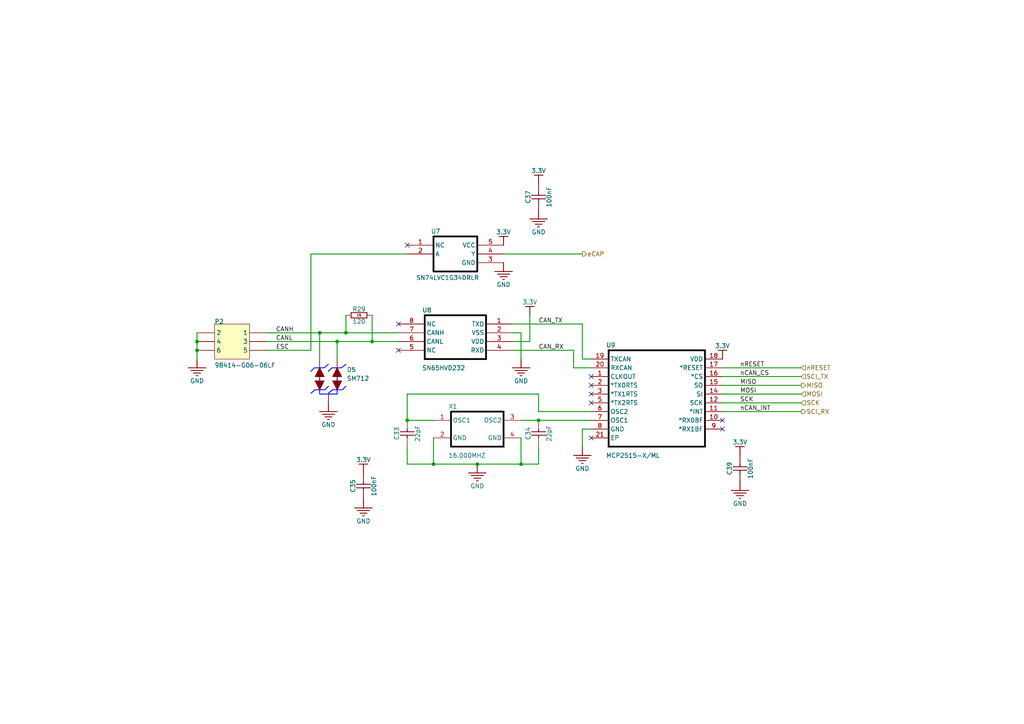
<source format=kicad_sch>
(kicad_sch (version 20230121) (generator eeschema)

  (uuid 9d4af44e-f283-4ded-8314-505c71aaa024)

  (paper "A4")

  (title_block
    (company "IPM Group ©")
  )

  (lib_symbols
    (symbol "MOTOR-altium-import:3.3V" (power) (in_bom yes) (on_board yes)
      (property "Reference" "#PWR" (at 0 0 0)
        (effects (font (size 1.27 1.27)))
      )
      (property "Value" "3.3V" (at 0 3.81 0)
        (effects (font (size 1.27 1.27)))
      )
      (property "Footprint" "" (at 0 0 0)
        (effects (font (size 1.27 1.27)) hide)
      )
      (property "Datasheet" "" (at 0 0 0)
        (effects (font (size 1.27 1.27)) hide)
      )
      (property "ki_keywords" "power-flag" (at 0 0 0)
        (effects (font (size 1.27 1.27)) hide)
      )
      (property "ki_description" "Spannungssymbol erstellt einen globalen Bezeichner mit Namen \"3.3V\"" (at 0 0 0)
        (effects (font (size 1.27 1.27)) hide)
      )
      (symbol "3.3V_0_0"
        (polyline
          (pts
            (xy -1.27 -2.54)
            (xy 1.27 -2.54)
          )
          (stroke (width 0.254) (type solid))
          (fill (type none))
        )
        (polyline
          (pts
            (xy 0 0)
            (xy 0 -2.54)
          )
          (stroke (width 0.254) (type solid))
          (fill (type none))
        )
        (pin power_in line (at 0 0 0) (length 0) hide
          (name "3.3V" (effects (font (size 1.27 1.27))))
          (number "" (effects (font (size 1.27 1.27))))
        )
      )
    )
    (symbol "MOTOR-altium-import:CAN_MCP2515_0_MCP2515-X/ML" (in_bom yes) (on_board yes)
      (property "Reference" "" (at 0 0 0)
        (effects (font (size 1.27 1.27)))
      )
      (property "Value" "" (at 0 0 0)
        (effects (font (size 1.27 1.27)))
      )
      (property "Footprint" "" (at 0 0 0)
        (effects (font (size 1.27 1.27)) hide)
      )
      (property "Datasheet" "" (at 0 0 0)
        (effects (font (size 1.27 1.27)) hide)
      )
      (property "ki_description" "Stand-Alone CAN Controller with SPI Interface" (at 0 0 0)
        (effects (font (size 1.27 1.27)) hide)
      )
      (property "ki_fp_filters" "QFN50P400X400X100_HS-21N" (at 0 0 0)
        (effects (font (size 1.27 1.27)) hide)
      )
      (symbol "CAN_MCP2515_0_MCP2515-X/ML_1_0"
        (polyline
          (pts
            (xy 5.08 -27.94)
            (xy 33.02 -27.94)
          )
          (stroke (width 0.508) (type solid) (color 0 0 0 1))
          (fill (type none))
        )
        (polyline
          (pts
            (xy 5.08 0)
            (xy 5.08 -27.94)
          )
          (stroke (width 0.508) (type solid) (color 0 0 0 1))
          (fill (type none))
        )
        (polyline
          (pts
            (xy 33.02 -27.94)
            (xy 33.02 0)
          )
          (stroke (width 0.508) (type solid) (color 0 0 0 1))
          (fill (type none))
        )
        (polyline
          (pts
            (xy 33.02 0)
            (xy 5.08 0)
          )
          (stroke (width 0.508) (type solid) (color 0 0 0 1))
          (fill (type none))
        )
        (pin passive line (at 0 -7.62 0) (length 5.08)
          (name "CLKOUT" (effects (font (size 1.27 1.27))))
          (number "1" (effects (font (size 1.27 1.27))))
        )
        (pin passive line (at 38.1 -20.32 180) (length 5.08)
          (name "*RX0BF" (effects (font (size 1.27 1.27))))
          (number "10" (effects (font (size 1.27 1.27))))
        )
        (pin passive line (at 38.1 -17.78 180) (length 5.08)
          (name "*INT" (effects (font (size 1.27 1.27))))
          (number "11" (effects (font (size 1.27 1.27))))
        )
        (pin passive line (at 38.1 -15.24 180) (length 5.08)
          (name "SCK" (effects (font (size 1.27 1.27))))
          (number "12" (effects (font (size 1.27 1.27))))
        )
        (pin passive line (at 38.1 -12.7 180) (length 5.08)
          (name "SI" (effects (font (size 1.27 1.27))))
          (number "14" (effects (font (size 1.27 1.27))))
        )
        (pin passive line (at 38.1 -10.16 180) (length 5.08)
          (name "SO" (effects (font (size 1.27 1.27))))
          (number "15" (effects (font (size 1.27 1.27))))
        )
        (pin passive line (at 38.1 -7.62 180) (length 5.08)
          (name "*CS" (effects (font (size 1.27 1.27))))
          (number "16" (effects (font (size 1.27 1.27))))
        )
        (pin passive line (at 38.1 -5.08 180) (length 5.08)
          (name "*RESET" (effects (font (size 1.27 1.27))))
          (number "17" (effects (font (size 1.27 1.27))))
        )
        (pin passive line (at 38.1 -2.54 180) (length 5.08)
          (name "VDD" (effects (font (size 1.27 1.27))))
          (number "18" (effects (font (size 1.27 1.27))))
        )
        (pin passive line (at 0 -2.54 0) (length 5.08)
          (name "TXCAN" (effects (font (size 1.27 1.27))))
          (number "19" (effects (font (size 1.27 1.27))))
        )
        (pin passive line (at 0 -10.16 0) (length 5.08)
          (name "*TX0RTS" (effects (font (size 1.27 1.27))))
          (number "2" (effects (font (size 1.27 1.27))))
        )
        (pin passive line (at 0 -5.08 0) (length 5.08)
          (name "RXCAN" (effects (font (size 1.27 1.27))))
          (number "20" (effects (font (size 1.27 1.27))))
        )
        (pin passive line (at 0 -25.4 0) (length 5.08)
          (name "EP" (effects (font (size 1.27 1.27))))
          (number "21" (effects (font (size 1.27 1.27))))
        )
        (pin passive line (at 0 -12.7 0) (length 5.08)
          (name "*TX1RTS" (effects (font (size 1.27 1.27))))
          (number "3" (effects (font (size 1.27 1.27))))
        )
        (pin passive line (at 0 -15.24 0) (length 5.08)
          (name "*TX2RTS" (effects (font (size 1.27 1.27))))
          (number "5" (effects (font (size 1.27 1.27))))
        )
        (pin passive line (at 0 -17.78 0) (length 5.08)
          (name "OSC2" (effects (font (size 1.27 1.27))))
          (number "6" (effects (font (size 1.27 1.27))))
        )
        (pin passive line (at 0 -20.32 0) (length 5.08)
          (name "OSC1" (effects (font (size 1.27 1.27))))
          (number "7" (effects (font (size 1.27 1.27))))
        )
        (pin passive line (at 0 -22.86 0) (length 5.08)
          (name "GND" (effects (font (size 1.27 1.27))))
          (number "8" (effects (font (size 1.27 1.27))))
        )
        (pin passive line (at 38.1 -22.86 180) (length 5.08)
          (name "*RX1BF" (effects (font (size 1.27 1.27))))
          (number "9" (effects (font (size 1.27 1.27))))
        )
      )
    )
    (symbol "MOTOR-altium-import:CAN_MCP2515_0_Quartz" (in_bom yes) (on_board yes)
      (property "Reference" "" (at 0 0 0)
        (effects (font (size 1.27 1.27)))
      )
      (property "Value" "" (at 0 0 0)
        (effects (font (size 1.27 1.27)))
      )
      (property "Footprint" "" (at 0 0 0)
        (effects (font (size 1.27 1.27)) hide)
      )
      (property "Datasheet" "" (at 0 0 0)
        (effects (font (size 1.27 1.27)) hide)
      )
      (property "ki_description" "TXC - 7B-16.000MAAJ-T - XTAL, 16.000MHZ, 18PF, SMD, 5.0X3.2" (at 0 0 0)
        (effects (font (size 1.27 1.27)) hide)
      )
      (property "ki_fp_filters" "CRYSTAL-3.2-2.5" (at 0 0 0)
        (effects (font (size 1.27 1.27)) hide)
      )
      (symbol "CAN_MCP2515_0_Quartz_1_0"
        (polyline
          (pts
            (xy 22.86 -12.7)
            (xy 22.86 -2.54)
            (xy 7.62 -2.54)
            (xy 7.62 -12.7)
            (xy 22.86 -12.7)
          )
          (stroke (width 0.508) (type solid) (color 0 0 0 1))
          (fill (type none))
        )
        (pin passive line (at 2.54 -5.08 0) (length 5.08)
          (name "OSC1" (effects (font (size 1.27 1.27))))
          (number "1" (effects (font (size 1.27 1.27))))
        )
        (pin passive line (at 2.54 -10.16 0) (length 5.08)
          (name "GND" (effects (font (size 1.27 1.27))))
          (number "2" (effects (font (size 1.27 1.27))))
        )
        (pin passive line (at 27.94 -5.08 180) (length 5.08)
          (name "OSC2" (effects (font (size 1.27 1.27))))
          (number "3" (effects (font (size 1.27 1.27))))
        )
        (pin passive line (at 27.94 -10.16 180) (length 5.08)
          (name "GND" (effects (font (size 1.27 1.27))))
          (number "4" (effects (font (size 1.27 1.27))))
        )
      )
    )
    (symbol "MOTOR-altium-import:CAN_MCP2515_0_Resistor - 1%" (in_bom yes) (on_board yes)
      (property "Reference" "" (at 0 0 0)
        (effects (font (size 1.27 1.27)))
      )
      (property "Value" "" (at 0 0 0)
        (effects (font (size 1.27 1.27)))
      )
      (property "Footprint" "" (at 0 0 0)
        (effects (font (size 1.27 1.27)) hide)
      )
      (property "Datasheet" "" (at 0 0 0)
        (effects (font (size 1.27 1.27)) hide)
      )
      (property "ki_description" "Resistor - 1%" (at 0 0 0)
        (effects (font (size 1.27 1.27)) hide)
      )
      (property "ki_fp_filters" "RESC2012X60N" (at 0 0 0)
        (effects (font (size 1.27 1.27)) hide)
      )
      (symbol "CAN_MCP2515_0_Resistor - 1%_1_0"
        (polyline
          (pts
            (xy 1.524 -0.762)
            (xy 6.096 -0.762)
          )
          (stroke (width 0.254) (type solid))
          (fill (type none))
        )
        (polyline
          (pts
            (xy 1.524 0.762)
            (xy 1.524 -0.762)
          )
          (stroke (width 0.254) (type solid))
          (fill (type none))
        )
        (polyline
          (pts
            (xy 6.096 -0.762)
            (xy 6.096 0.762)
          )
          (stroke (width 0.254) (type solid))
          (fill (type none))
        )
        (polyline
          (pts
            (xy 6.096 0.762)
            (xy 1.524 0.762)
          )
          (stroke (width 0.254) (type solid))
          (fill (type none))
        )
        (text "1%" (at 3.81 0 0)
          (effects (font (size 0.635 0.635)))
        )
        (pin passive line (at 0 0 0) (length 1.524)
          (name "1" (effects (font (size 0 0))))
          (number "1" (effects (font (size 0 0))))
        )
        (pin passive line (at 7.62 0 180) (length 1.524)
          (name "2" (effects (font (size 0 0))))
          (number "2" (effects (font (size 0 0))))
        )
      )
    )
    (symbol "MOTOR-altium-import:CAN_MCP2515_0_SN74LVC1G34DRLR" (in_bom yes) (on_board yes)
      (property "Reference" "" (at 0 0 0)
        (effects (font (size 1.27 1.27)))
      )
      (property "Value" "" (at 0 0 0)
        (effects (font (size 1.27 1.27)))
      )
      (property "Footprint" "" (at 0 0 0)
        (effects (font (size 1.27 1.27)) hide)
      )
      (property "Datasheet" "" (at 0 0 0)
        (effects (font (size 1.27 1.27)) hide)
      )
      (property "ki_description" "N. INVERTIEREND PUFFER-GATE SOT-553-5" (at 0 0 0)
        (effects (font (size 1.27 1.27)) hide)
      )
      (property "ki_fp_filters" "SOTFL50P160X60-5N" (at 0 0 0)
        (effects (font (size 1.27 1.27)) hide)
      )
      (symbol "CAN_MCP2515_0_SN74LVC1G34DRLR_1_0"
        (polyline
          (pts
            (xy 7.62 2.54)
            (xy 7.62 -7.62)
            (xy 20.32 -7.62)
            (xy 20.32 2.54)
            (xy 7.62 2.54)
          )
          (stroke (width 0.508) (type solid) (color 0 0 0 1))
          (fill (type none))
        )
        (pin passive line (at 0 0 0) (length 7.62)
          (name "NC" (effects (font (size 1.27 1.27))))
          (number "1" (effects (font (size 1.27 1.27))))
        )
        (pin input line (at 0 -2.54 0) (length 7.62)
          (name "A" (effects (font (size 1.27 1.27))))
          (number "2" (effects (font (size 1.27 1.27))))
        )
        (pin power_in line (at 27.94 -5.08 180) (length 7.62)
          (name "GND" (effects (font (size 1.27 1.27))))
          (number "3" (effects (font (size 1.27 1.27))))
        )
        (pin output line (at 27.94 -2.54 180) (length 7.62)
          (name "Y" (effects (font (size 1.27 1.27))))
          (number "4" (effects (font (size 1.27 1.27))))
        )
        (pin power_in line (at 27.94 0 180) (length 7.62)
          (name "VCC" (effects (font (size 1.27 1.27))))
          (number "5" (effects (font (size 1.27 1.27))))
        )
      )
    )
    (symbol "MOTOR-altium-import:CAN_MCP2515_0_mirrored_Header 3X2" (in_bom yes) (on_board yes)
      (property "Reference" "" (at 0 0 0)
        (effects (font (size 1.27 1.27)))
      )
      (property "Value" "" (at 0 0 0)
        (effects (font (size 1.27 1.27)))
      )
      (property "Footprint" "" (at 0 0 0)
        (effects (font (size 1.27 1.27)) hide)
      )
      (property "Datasheet" "" (at 0 0 0)
        (effects (font (size 1.27 1.27)) hide)
      )
      (property "ki_description" "FCI 98464-G61-06LF" (at 0 0 0)
        (effects (font (size 1.27 1.27)) hide)
      )
      (property "ki_fp_filters" "SHR6_V" (at 0 0 0)
        (effects (font (size 1.27 1.27)) hide)
      )
      (symbol "CAN_MCP2515_0_mirrored_Header 3X2_1_0"
        (rectangle (start 0 0) (end -10.16 -10.16)
          (stroke (width 0) (type solid))
          (fill (type background))
        )
        (pin passive line (at 5.08 -2.54 180) (length 5.08)
          (name "1" (effects (font (size 1.27 1.27))))
          (number "1" (effects (font (size 0 0))))
        )
        (pin passive line (at -15.24 -2.54 0) (length 5.08)
          (name "2" (effects (font (size 1.27 1.27))))
          (number "2" (effects (font (size 0 0))))
        )
        (pin passive line (at 5.08 -5.08 180) (length 5.08)
          (name "3" (effects (font (size 1.27 1.27))))
          (number "3" (effects (font (size 0 0))))
        )
        (pin passive line (at -15.24 -5.08 0) (length 5.08)
          (name "4" (effects (font (size 1.27 1.27))))
          (number "4" (effects (font (size 0 0))))
        )
        (pin passive line (at 5.08 -7.62 180) (length 5.08)
          (name "5" (effects (font (size 1.27 1.27))))
          (number "5" (effects (font (size 0 0))))
        )
        (pin passive line (at -15.24 -7.62 0) (length 5.08)
          (name "6" (effects (font (size 1.27 1.27))))
          (number "6" (effects (font (size 0 0))))
        )
      )
    )
    (symbol "MOTOR-altium-import:CAN_MCP2515_0_mirrored_SN65HVD232" (in_bom yes) (on_board yes)
      (property "Reference" "" (at 0 0 0)
        (effects (font (size 1.27 1.27)))
      )
      (property "Value" "" (at 0 0 0)
        (effects (font (size 1.27 1.27)))
      )
      (property "Footprint" "" (at 0 0 0)
        (effects (font (size 1.27 1.27)) hide)
      )
      (property "Datasheet" "" (at 0 0 0)
        (effects (font (size 1.27 1.27)) hide)
      )
      (property "ki_description" "High-Speed CAN Transceiver" (at 0 0 0)
        (effects (font (size 1.27 1.27)) hide)
      )
      (property "ki_fp_filters" "SOIC8-N_MC" (at 0 0 0)
        (effects (font (size 1.27 1.27)) hide)
      )
      (symbol "CAN_MCP2515_0_mirrored_SN65HVD232_1_0"
        (polyline
          (pts
            (xy -25.4 -10.16)
            (xy -25.4 2.54)
          )
          (stroke (width 0.508) (type solid) (color 0 0 0 1))
          (fill (type none))
        )
        (polyline
          (pts
            (xy -25.4 2.54)
            (xy -7.62 2.54)
          )
          (stroke (width 0.508) (type solid) (color 0 0 0 1))
          (fill (type none))
        )
        (polyline
          (pts
            (xy -7.62 -10.16)
            (xy -25.4 -10.16)
          )
          (stroke (width 0.508) (type solid) (color 0 0 0 1))
          (fill (type none))
        )
        (polyline
          (pts
            (xy -7.62 2.54)
            (xy -7.62 -10.16)
          )
          (stroke (width 0.508) (type solid) (color 0 0 0 1))
          (fill (type none))
        )
        (pin passive line (at 0 0 180) (length 7.62)
          (name "TXD" (effects (font (size 1.27 1.27))))
          (number "1" (effects (font (size 1.27 1.27))))
        )
        (pin passive line (at 0 -2.54 180) (length 7.62)
          (name "VSS" (effects (font (size 1.27 1.27))))
          (number "2" (effects (font (size 1.27 1.27))))
        )
        (pin passive line (at 0 -5.08 180) (length 7.62)
          (name "VDD" (effects (font (size 1.27 1.27))))
          (number "3" (effects (font (size 1.27 1.27))))
        )
        (pin passive line (at 0 -7.62 180) (length 7.62)
          (name "RXD" (effects (font (size 1.27 1.27))))
          (number "4" (effects (font (size 1.27 1.27))))
        )
        (pin passive line (at -33.02 -7.62 0) (length 7.62)
          (name "NC" (effects (font (size 1.27 1.27))))
          (number "5" (effects (font (size 1.27 1.27))))
        )
        (pin passive line (at -33.02 -5.08 0) (length 7.62)
          (name "CANL" (effects (font (size 1.27 1.27))))
          (number "6" (effects (font (size 1.27 1.27))))
        )
        (pin passive line (at -33.02 -2.54 0) (length 7.62)
          (name "CANH" (effects (font (size 1.27 1.27))))
          (number "7" (effects (font (size 1.27 1.27))))
        )
        (pin passive line (at -33.02 0 0) (length 7.62)
          (name "NC" (effects (font (size 1.27 1.27))))
          (number "8" (effects (font (size 1.27 1.27))))
        )
      )
    )
    (symbol "MOTOR-altium-import:CAN_MCP2515_1_Capacitor - non polarized" (in_bom yes) (on_board yes)
      (property "Reference" "" (at 0 0 0)
        (effects (font (size 1.27 1.27)))
      )
      (property "Value" "" (at 0 0 0)
        (effects (font (size 1.27 1.27)))
      )
      (property "Footprint" "" (at 0 0 0)
        (effects (font (size 1.27 1.27)) hide)
      )
      (property "Datasheet" "" (at 0 0 0)
        (effects (font (size 1.27 1.27)) hide)
      )
      (property "ki_description" "Non-polarised capacitor" (at 0 0 0)
        (effects (font (size 1.27 1.27)) hide)
      )
      (property "ki_fp_filters" "CAPC1005X55N" (at 0 0 0)
        (effects (font (size 1.27 1.27)) hide)
      )
      (symbol "CAN_MCP2515_1_Capacitor - non polarized_1_0"
        (polyline
          (pts
            (xy -2.032 4.318)
            (xy 2.032 4.318)
          )
          (stroke (width 0.254) (type solid))
          (fill (type none))
        )
        (polyline
          (pts
            (xy 0 2.54)
            (xy 0 3.302)
          )
          (stroke (width 0.254) (type solid) (color 0 0 255 1))
          (fill (type none))
        )
        (polyline
          (pts
            (xy 0 5.08)
            (xy 0 4.318)
          )
          (stroke (width 0.254) (type solid) (color 0 0 255 1))
          (fill (type none))
        )
        (polyline
          (pts
            (xy 2.032 3.302)
            (xy -2.032 3.302)
          )
          (stroke (width 0.254) (type solid))
          (fill (type none))
        )
        (pin passive line (at 0 0 90) (length 2.54)
          (name "1" (effects (font (size 0 0))))
          (number "1" (effects (font (size 0 0))))
        )
        (pin passive line (at 0 7.62 270) (length 2.54)
          (name "2" (effects (font (size 0 0))))
          (number "2" (effects (font (size 0 0))))
        )
      )
    )
    (symbol "MOTOR-altium-import:CAN_MCP2515_3_D Zener2_1" (in_bom yes) (on_board yes)
      (property "Reference" "" (at 0 0 0)
        (effects (font (size 1.27 1.27)))
      )
      (property "Value" "" (at 0 0 0)
        (effects (font (size 1.27 1.27)))
      )
      (property "Footprint" "" (at 0 0 0)
        (effects (font (size 1.27 1.27)) hide)
      )
      (property "Datasheet" "" (at 0 0 0)
        (effects (font (size 1.27 1.27)) hide)
      )
      (property "ki_description" "Zener Diode" (at 0 0 0)
        (effects (font (size 1.27 1.27)) hide)
      )
      (property "ki_fp_filters" "SOT23_N" (at 0 0 0)
        (effects (font (size 1.27 1.27)) hide)
      )
      (symbol "CAN_MCP2515_3_D Zener2_1_1_0"
        (polyline
          (pts
            (xy -7.62 -5.08)
            (xy -7.62 -6.35)
          )
          (stroke (width 0.254) (type solid) (color 0 0 255 1))
          (fill (type none))
        )
        (polyline
          (pts
            (xy -2.54 -5.08)
            (xy -2.54 -6.35)
          )
          (stroke (width 0.254) (type solid) (color 0 0 255 1))
          (fill (type none))
        )
        (polyline
          (pts
            (xy -10.16 -9.906)
            (xy -8.89 -8.89)
            (xy -6.096 -8.89)
            (xy -5.08 -7.874)
          )
          (stroke (width 0.254) (type solid) (color 0 0 255 1))
          (fill (type none))
        )
        (polyline
          (pts
            (xy -8.89 -6.35)
            (xy -7.62 -8.89)
            (xy -6.35 -6.35)
            (xy -8.89 -6.35)
          )
          (stroke (width 0.254) (type solid))
          (fill (type outline))
        )
        (polyline
          (pts
            (xy -6.35 -5.08)
            (xy -7.62 -2.54)
            (xy -8.89 -5.08)
            (xy -6.35 -5.08)
          )
          (stroke (width 0.254) (type solid))
          (fill (type outline))
        )
        (polyline
          (pts
            (xy -5.08 -9.906)
            (xy -3.81 -8.89)
            (xy -1.016 -8.89)
            (xy 0 -7.874)
          )
          (stroke (width 0.254) (type solid) (color 0 0 255 1))
          (fill (type none))
        )
        (polyline
          (pts
            (xy -5.08 -1.524)
            (xy -6.35 -2.54)
            (xy -9.144 -2.54)
            (xy -10.16 -3.556)
          )
          (stroke (width 0.254) (type solid) (color 0 0 255 1))
          (fill (type none))
        )
        (polyline
          (pts
            (xy -3.81 -6.35)
            (xy -2.54 -8.89)
            (xy -1.27 -6.35)
            (xy -3.81 -6.35)
          )
          (stroke (width 0.254) (type solid))
          (fill (type outline))
        )
        (polyline
          (pts
            (xy -2.54 -8.89)
            (xy -2.54 -10.16)
            (xy -7.62 -10.16)
            (xy -7.62 -8.89)
          )
          (stroke (width 0.254) (type solid) (color 0 0 255 1))
          (fill (type none))
        )
        (polyline
          (pts
            (xy -1.27 -5.08)
            (xy -2.54 -2.54)
            (xy -3.81 -5.08)
            (xy -1.27 -5.08)
          )
          (stroke (width 0.254) (type solid))
          (fill (type outline))
        )
        (polyline
          (pts
            (xy 0 -1.524)
            (xy -1.27 -2.54)
            (xy -4.064 -2.54)
            (xy -5.08 -3.556)
          )
          (stroke (width 0.254) (type solid) (color 0 0 255 1))
          (fill (type none))
        )
        (pin passive line (at -2.54 0 270) (length 2.54)
          (name "A" (effects (font (size 0 0))))
          (number "1" (effects (font (size 0 0))))
        )
        (pin passive line (at -7.62 0 270) (length 2.54)
          (name "A" (effects (font (size 0 0))))
          (number "2" (effects (font (size 0 0))))
        )
        (pin passive line (at -5.08 -12.7 90) (length 2.54)
          (name "K" (effects (font (size 0 0))))
          (number "3" (effects (font (size 0 0))))
        )
      )
    )
    (symbol "MOTOR-altium-import:GND" (power) (in_bom yes) (on_board yes)
      (property "Reference" "#PWR" (at 0 0 0)
        (effects (font (size 1.27 1.27)))
      )
      (property "Value" "GND" (at 0 6.35 0)
        (effects (font (size 1.27 1.27)))
      )
      (property "Footprint" "" (at 0 0 0)
        (effects (font (size 1.27 1.27)) hide)
      )
      (property "Datasheet" "" (at 0 0 0)
        (effects (font (size 1.27 1.27)) hide)
      )
      (property "ki_keywords" "power-flag" (at 0 0 0)
        (effects (font (size 1.27 1.27)) hide)
      )
      (property "ki_description" "Spannungssymbol erstellt einen globalen Bezeichner mit Namen \"GND\"" (at 0 0 0)
        (effects (font (size 1.27 1.27)) hide)
      )
      (symbol "GND_0_0"
        (polyline
          (pts
            (xy -2.54 -2.54)
            (xy 2.54 -2.54)
          )
          (stroke (width 0.254) (type solid))
          (fill (type none))
        )
        (polyline
          (pts
            (xy -1.778 -3.302)
            (xy 1.778 -3.302)
          )
          (stroke (width 0.254) (type solid))
          (fill (type none))
        )
        (polyline
          (pts
            (xy -1.016 -4.064)
            (xy 1.016 -4.064)
          )
          (stroke (width 0.254) (type solid))
          (fill (type none))
        )
        (polyline
          (pts
            (xy -0.254 -4.826)
            (xy 0.254 -4.826)
          )
          (stroke (width 0.254) (type solid))
          (fill (type none))
        )
        (polyline
          (pts
            (xy 0 0)
            (xy 0 -2.54)
          )
          (stroke (width 0.254) (type solid))
          (fill (type none))
        )
        (pin power_in line (at 0 0 0) (length 0) hide
          (name "GND" (effects (font (size 1.27 1.27))))
          (number "" (effects (font (size 1.27 1.27))))
        )
      )
    )
  )

  (junction (at 57.15 99.06) (diameter 0) (color 0 0 0 0)
    (uuid 1325068e-abea-471d-a374-a11f73eefe56)
  )
  (junction (at 97.79 99.06) (diameter 0) (color 0 0 0 0)
    (uuid 49138023-b627-4e5c-8eb3-ddc7a28be4cb)
  )
  (junction (at 151.13 134.62) (diameter 0) (color 0 0 0 0)
    (uuid 4e202b97-ba2e-40b9-91c0-73516eadf46a)
  )
  (junction (at 138.43 134.62) (diameter 0) (color 0 0 0 0)
    (uuid 7dbd862a-6aca-4d98-b24a-18126ad19e66)
  )
  (junction (at 125.73 134.62) (diameter 0) (color 0 0 0 0)
    (uuid 81aa70c9-a5e6-4a13-9a43-cb7aaeb027b5)
  )
  (junction (at 107.95 99.06) (diameter 0) (color 0 0 0 0)
    (uuid 918b98b3-5a40-48f1-acef-50e4a0f15af4)
  )
  (junction (at 57.15 101.6) (diameter 0) (color 0 0 0 0)
    (uuid 927c9f05-8b8a-48e0-a3be-a03a8bcbdbd7)
  )
  (junction (at 156.21 121.92) (diameter 0) (color 0 0 0 0)
    (uuid 94fb3f54-5869-40c9-965f-08341f7463b8)
  )
  (junction (at 92.71 96.52) (diameter 0) (color 0 0 0 0)
    (uuid a30d1907-2bc2-4df2-b92e-435c86c8917d)
  )
  (junction (at 100.33 96.52) (diameter 0) (color 0 0 0 0)
    (uuid d74fcb4e-d389-41e2-8557-711d75f6b911)
  )
  (junction (at 118.11 121.92) (diameter 0) (color 0 0 0 0)
    (uuid da7c609c-060d-41fb-80fa-0670b22540f1)
  )

  (no_connect (at 115.57 93.98) (uuid 071c8d8f-64d9-4cdb-ac86-81ddc62f940a))
  (no_connect (at 171.45 111.76) (uuid 3684ddf7-aa26-4838-8ce3-c9dabeaf2d92))
  (no_connect (at 171.45 114.3) (uuid 85cb6973-7b37-45ea-94a4-302064a8dcb8))
  (no_connect (at 118.11 71.12) (uuid 937a677f-4bd9-4726-ba72-92765b33f8ff))
  (no_connect (at 115.57 101.6) (uuid a574cee0-1895-4b05-90ec-13e034d2641e))
  (no_connect (at 171.45 116.84) (uuid abfc2155-7e0f-408e-ad0b-1501562b1bcd))
  (no_connect (at 171.45 109.22) (uuid d48bc59f-9534-41b9-8ca0-65dd1279f6e0))
  (no_connect (at 209.55 124.46) (uuid e1f9afae-419f-4de1-835c-a554faabd313))
  (no_connect (at 209.55 121.92) (uuid eba02f27-e462-4986-ba9f-26d8f0c9d28f))
  (no_connect (at 171.45 127) (uuid ef4cc9c8-b774-47ec-ad27-c789eb8b4e71))

  (wire (pts (xy 209.55 116.84) (xy 232.41 116.84))
    (stroke (width 0.254) (type default))
    (uuid 05464565-c56a-4bad-a906-ffbdc4d088d5)
  )
  (wire (pts (xy 171.45 119.38) (xy 156.21 119.38))
    (stroke (width 0.254) (type default))
    (uuid 1a7c2994-0d29-453a-976e-06034017c9ed)
  )
  (wire (pts (xy 115.57 96.52) (xy 100.33 96.52))
    (stroke (width 0.254) (type default))
    (uuid 1eb7324a-90f1-4265-9a39-c31788fc4c9f)
  )
  (wire (pts (xy 115.57 99.06) (xy 107.95 99.06))
    (stroke (width 0.254) (type default))
    (uuid 1f0dc044-8352-467e-b786-409d6b067359)
  )
  (wire (pts (xy 148.59 101.6) (xy 166.37 101.6))
    (stroke (width 0.254) (type default))
    (uuid 32067762-b56d-4e0b-a582-9f705bd2a85d)
  )
  (wire (pts (xy 151.13 96.52) (xy 151.13 104.14))
    (stroke (width 0.254) (type default))
    (uuid 3a69ce77-3c4b-4382-81a0-31b204e3dd19)
  )
  (wire (pts (xy 209.55 119.38) (xy 232.41 119.38))
    (stroke (width 0.254) (type default))
    (uuid 3ac64714-6307-45af-9e3e-728c5d2899b5)
  )
  (wire (pts (xy 90.17 73.66) (xy 118.11 73.66))
    (stroke (width 0.254) (type default))
    (uuid 3b77f351-6e6a-4b9b-926c-989ec19de65e)
  )
  (wire (pts (xy 118.11 121.92) (xy 125.73 121.92))
    (stroke (width 0.254) (type default))
    (uuid 3fcd04ff-4620-41cc-b47f-18622fa36bfc)
  )
  (wire (pts (xy 92.71 96.52) (xy 77.47 96.52))
    (stroke (width 0.254) (type default))
    (uuid 4124965e-32ff-4b61-8816-251f2c9c5d76)
  )
  (wire (pts (xy 146.05 73.66) (xy 168.91 73.66))
    (stroke (width 0.254) (type default))
    (uuid 43220c08-1ace-468b-bb00-fc93839e1a55)
  )
  (wire (pts (xy 166.37 106.68) (xy 171.45 106.68))
    (stroke (width 0.254) (type default))
    (uuid 44489252-b9bc-436e-8489-faad1d3f0dbd)
  )
  (wire (pts (xy 171.45 104.14) (xy 168.91 104.14))
    (stroke (width 0.254) (type default))
    (uuid 5cf62f76-4930-4155-b989-b207b8b048a0)
  )
  (wire (pts (xy 100.33 96.52) (xy 92.71 96.52))
    (stroke (width 0.254) (type default))
    (uuid 6783a0b5-a5b2-4677-9133-fe639b12757a)
  )
  (wire (pts (xy 90.17 101.6) (xy 90.17 73.66))
    (stroke (width 0.254) (type default))
    (uuid 67d96943-b6df-44f9-b63c-614cf63c9d0a)
  )
  (wire (pts (xy 156.21 119.38) (xy 156.21 114.3))
    (stroke (width 0.254) (type default))
    (uuid 6fcd35fa-0602-4cde-bd2a-f741358140a0)
  )
  (wire (pts (xy 156.21 114.3) (xy 118.11 114.3))
    (stroke (width 0.254) (type default))
    (uuid 70acb358-2aeb-4a5d-bcdc-501a2772995b)
  )
  (wire (pts (xy 97.79 104.14) (xy 97.79 99.06))
    (stroke (width 0.254) (type default))
    (uuid 720820ee-42f6-46ab-b27c-27df4f99c21f)
  )
  (wire (pts (xy 107.95 91.44) (xy 107.95 99.06))
    (stroke (width 0.254) (type default))
    (uuid 73479983-6307-4d76-a49c-5b430829e7a2)
  )
  (wire (pts (xy 156.21 129.54) (xy 156.21 134.62))
    (stroke (width 0.254) (type default))
    (uuid 78b60860-60fe-4709-b1c9-2964c51c6b16)
  )
  (wire (pts (xy 57.15 99.06) (xy 57.15 101.6))
    (stroke (width 0.254) (type default))
    (uuid 794b2678-3d25-4b11-b4ec-3e48e0cbf6f4)
  )
  (wire (pts (xy 118.11 114.3) (xy 118.11 121.92))
    (stroke (width 0.254) (type default))
    (uuid 79844cce-afea-4166-93dd-6afc27cdc540)
  )
  (wire (pts (xy 107.95 99.06) (xy 97.79 99.06))
    (stroke (width 0.254) (type default))
    (uuid 7bc0f9bb-d380-4a3d-ab97-634447d0a23a)
  )
  (wire (pts (xy 100.33 91.44) (xy 100.33 96.52))
    (stroke (width 0.254) (type default))
    (uuid 7f4e0b0e-d016-4611-b6dd-e9b89d059b09)
  )
  (wire (pts (xy 57.15 96.52) (xy 57.15 99.06))
    (stroke (width 0.254) (type default))
    (uuid 7f8f5679-ad0d-4879-95cf-11ff1d3561e7)
  )
  (wire (pts (xy 97.79 99.06) (xy 77.47 99.06))
    (stroke (width 0.254) (type default))
    (uuid 89cfe466-06b1-4a81-b8d2-f45c6f36aeb4)
  )
  (wire (pts (xy 118.11 129.54) (xy 118.11 134.62))
    (stroke (width 0.254) (type default))
    (uuid a6d2e02d-1986-44de-9b4e-2543f1e1b383)
  )
  (wire (pts (xy 209.55 109.22) (xy 232.41 109.22))
    (stroke (width 0.254) (type default))
    (uuid a8351384-57a9-400f-8896-2e03d8692dbe)
  )
  (wire (pts (xy 148.59 96.52) (xy 151.13 96.52))
    (stroke (width 0.254) (type default))
    (uuid aaab6307-88a1-4270-94a3-ec81470fb52c)
  )
  (wire (pts (xy 209.55 111.76) (xy 232.41 111.76))
    (stroke (width 0.254) (type default))
    (uuid b237603a-45b9-4311-9bd1-2cbcaba13044)
  )
  (wire (pts (xy 138.43 134.62) (xy 125.73 134.62))
    (stroke (width 0.254) (type default))
    (uuid be830bb7-1732-42b4-988e-f6fd7e2fc77f)
  )
  (wire (pts (xy 151.13 134.62) (xy 138.43 134.62))
    (stroke (width 0.254) (type default))
    (uuid bfedc6e2-ef4d-4aa1-aefd-1daea86ffaa5)
  )
  (wire (pts (xy 151.13 127) (xy 151.13 134.62))
    (stroke (width 0.254) (type default))
    (uuid c5d2ece0-3e96-4c35-b96e-2c05a8054823)
  )
  (wire (pts (xy 77.47 101.6) (xy 90.17 101.6))
    (stroke (width 0.254) (type default))
    (uuid c6a8f032-26b4-4b2c-b068-160a9e22b161)
  )
  (wire (pts (xy 153.67 99.06) (xy 153.67 91.44))
    (stroke (width 0.254) (type default))
    (uuid c7058761-2146-4a1f-8c93-dea8ef036b30)
  )
  (wire (pts (xy 168.91 104.14) (xy 168.91 93.98))
    (stroke (width 0.254) (type default))
    (uuid c872467f-6986-4c4a-ba39-a0d0b22f8ca0)
  )
  (wire (pts (xy 209.55 114.3) (xy 232.41 114.3))
    (stroke (width 0.254) (type default))
    (uuid cac23af1-0024-433d-a84e-245d7adf478c)
  )
  (wire (pts (xy 148.59 99.06) (xy 153.67 99.06))
    (stroke (width 0.254) (type default))
    (uuid cdb2fa55-9337-42c2-aa20-4be714d9a159)
  )
  (wire (pts (xy 57.15 101.6) (xy 57.15 104.14))
    (stroke (width 0.254) (type default))
    (uuid d16440cd-b956-4e36-b1fa-8000c231d83c)
  )
  (wire (pts (xy 118.11 134.62) (xy 125.73 134.62))
    (stroke (width 0.254) (type default))
    (uuid dc477e84-3ea7-4ad9-b867-6e68e90556c4)
  )
  (wire (pts (xy 166.37 101.6) (xy 166.37 106.68))
    (stroke (width 0.254) (type default))
    (uuid dc47a725-ed6a-4e69-ac73-df23a817235c)
  )
  (wire (pts (xy 92.71 104.14) (xy 92.71 96.52))
    (stroke (width 0.254) (type default))
    (uuid e1c61241-60fa-4c89-b035-f421ff94580c)
  )
  (wire (pts (xy 125.73 134.62) (xy 125.73 127))
    (stroke (width 0.254) (type default))
    (uuid eb2bf8b6-0217-438e-bd9c-625be9496e0e)
  )
  (wire (pts (xy 171.45 124.46) (xy 168.91 124.46))
    (stroke (width 0.254) (type default))
    (uuid f0d67b19-7f34-4744-827f-26741d16dc90)
  )
  (wire (pts (xy 156.21 134.62) (xy 151.13 134.62))
    (stroke (width 0.254) (type default))
    (uuid f15c839a-9b44-40af-8ea4-addf4ee14833)
  )
  (wire (pts (xy 171.45 121.92) (xy 156.21 121.92))
    (stroke (width 0.254) (type default))
    (uuid f91b797c-49f8-49b1-80f9-96e9b04a12b0)
  )
  (wire (pts (xy 168.91 93.98) (xy 148.59 93.98))
    (stroke (width 0.254) (type default))
    (uuid f97a526e-7f1c-4bf2-8c0f-f2f308b4871e)
  )
  (wire (pts (xy 156.21 121.92) (xy 151.13 121.92))
    (stroke (width 0.254) (type default))
    (uuid f9e37dc5-0563-4200-9236-bf9c1f44538d)
  )
  (wire (pts (xy 168.91 124.46) (xy 168.91 129.54))
    (stroke (width 0.254) (type default))
    (uuid fb924361-b36f-4564-bb3a-729e59b1f5b4)
  )
  (wire (pts (xy 209.55 106.68) (xy 232.41 106.68))
    (stroke (width 0.254) (type default))
    (uuid fe3df4d5-76e7-4d9e-b4eb-d6f0cf6581ea)
  )

  (label "nRESET" (at 214.63 106.68 180) (fields_autoplaced)
    (effects (font (size 1.27 1.27)) (justify left bottom))
    (uuid 07877c10-76d3-4473-b817-c2109956d138)
  )
  (label "CANL" (at 80.01 99.06 180) (fields_autoplaced)
    (effects (font (size 1.27 1.27)) (justify left bottom))
    (uuid 4d5ae79d-5680-4970-a9a5-03f682c5a758)
  )
  (label "nCAN_CS" (at 214.63 109.22 180) (fields_autoplaced)
    (effects (font (size 1.27 1.27)) (justify left bottom))
    (uuid 83be4d72-41bb-443f-8691-1ecab578e0fb)
  )
  (label "nCAN_INT" (at 214.63 119.38 180) (fields_autoplaced)
    (effects (font (size 1.27 1.27)) (justify left bottom))
    (uuid 89c543a0-e4e1-4044-8ba0-8f49bf682737)
  )
  (label "CAN_RX" (at 156.21 101.6 180) (fields_autoplaced)
    (effects (font (size 1.27 1.27)) (justify left bottom))
    (uuid 92a2bf71-ea6a-4e16-a36b-e806e2066801)
  )
  (label "ESC" (at 80.01 101.6 180) (fields_autoplaced)
    (effects (font (size 1.27 1.27)) (justify left bottom))
    (uuid 9aaccb24-7f38-44d1-8b6f-f0fac2e14b74)
  )
  (label "MOSI" (at 214.63 114.3 180) (fields_autoplaced)
    (effects (font (size 1.27 1.27)) (justify left bottom))
    (uuid b2f6c181-8aa3-4bf1-b681-d8186d6cd1fb)
  )
  (label "CAN_TX" (at 156.21 93.98 180) (fields_autoplaced)
    (effects (font (size 1.27 1.27)) (justify left bottom))
    (uuid b37c82b1-099b-4b6f-ad40-5d1657f92fed)
  )
  (label "CANH" (at 80.01 96.52 180) (fields_autoplaced)
    (effects (font (size 1.27 1.27)) (justify left bottom))
    (uuid bbd8a5f8-9554-4d4d-b25e-57a41c6a0fb6)
  )
  (label "SCK" (at 214.63 116.84 180) (fields_autoplaced)
    (effects (font (size 1.27 1.27)) (justify left bottom))
    (uuid c4de91c9-5b64-463f-b77a-7ed6c492a65e)
  )
  (label "MISO" (at 214.63 111.76 180) (fields_autoplaced)
    (effects (font (size 1.27 1.27)) (justify left bottom))
    (uuid f3d11a94-80a1-4b3c-a2c0-009267aba31f)
  )

  (hierarchical_label "eCAP" (shape output) (at 168.91 73.66 0) (fields_autoplaced)
    (effects (font (size 1.27 1.27)) (justify left))
    (uuid 236fb790-eeb1-432b-9355-c75721b8044a)
  )
  (hierarchical_label "SCI_RX" (shape output) (at 232.41 119.38 0) (fields_autoplaced)
    (effects (font (size 1.27 1.27)) (justify left))
    (uuid 2e7786f7-640c-4812-adb2-28aa75a659e9)
  )
  (hierarchical_label "SCI_TX" (shape input) (at 232.41 109.22 0) (fields_autoplaced)
    (effects (font (size 1.27 1.27)) (justify left))
    (uuid 6a84df8b-3044-445d-9d71-82caabbc7667)
  )
  (hierarchical_label "MOSI" (shape input) (at 232.41 114.3 0) (fields_autoplaced)
    (effects (font (size 1.27 1.27)) (justify left))
    (uuid 797f905b-104f-486d-a802-ad988dcecd66)
  )
  (hierarchical_label "nRESET" (shape input) (at 232.41 106.68 0) (fields_autoplaced)
    (effects (font (size 1.27 1.27)) (justify left))
    (uuid 80c5febb-73aa-441f-9b64-bbe27aa3dc13)
  )
  (hierarchical_label "SCK" (shape input) (at 232.41 116.84 0) (fields_autoplaced)
    (effects (font (size 1.27 1.27)) (justify left))
    (uuid c2c57a0e-72fa-4896-b19f-bf400bc7ca86)
  )
  (hierarchical_label "MISO" (shape output) (at 232.41 111.76 0) (fields_autoplaced)
    (effects (font (size 1.27 1.27)) (justify left))
    (uuid f2b91112-3b2b-4a21-a44b-ebd4e16a5651)
  )

  (symbol (lib_id "MOTOR-altium-import:CAN_MCP2515_0_mirrored_Header 3X2") (at 72.39 93.98 0) (unit 1)
    (in_bom yes) (on_board yes) (dnp no)
    (uuid 1f19768b-d79f-4f53-8faa-633da855d46a)
    (property "Reference" "P2" (at 62.23 93.98 0)
      (effects (font (size 1.27 1.27)) (justify left bottom))
    )
    (property "Value" "${ALTIUM_VALUE}" (at 62.23 106.68 0)
      (effects (font (size 1.27 1.27)) (justify left bottom))
    )
    (property "Footprint" "SHR6_V" (at 72.39 93.98 0)
      (effects (font (size 1.27 1.27)) hide)
    )
    (property "Datasheet" "" (at 72.39 93.98 0)
      (effects (font (size 1.27 1.27)) hide)
    )
    (property "LATESTREVISIONDATE" "17-Jul-2002" (at 56.642 93.98 0)
      (effects (font (size 1.27 1.27)) (justify left bottom) hide)
    )
    (property "LATESTREVISIONNOTE" "Re-released for DXP Platform." (at 56.642 93.98 0)
      (effects (font (size 1.27 1.27)) (justify left bottom) hide)
    )
    (property "PUBLISHER" "Altium Limited" (at 56.642 93.98 0)
      (effects (font (size 1.27 1.27)) (justify left bottom) hide)
    )
    (property "HERSTELLER" "FCI" (at 56.642 93.98 0)
      (effects (font (size 1.27 1.27)) (justify left bottom) hide)
    )
    (property "ALTIUM_VALUE" "98414-G06-06LF" (at 56.642 93.98 0)
      (effects (font (size 1.27 1.27)) (justify left bottom) hide)
    )
    (property "FARNELL" "" (at 56.642 93.98 0)
      (effects (font (size 1.27 1.27)) (justify left bottom) hide)
    )
    (property "RS" "673-7714" (at 56.642 109.22 0)
      (effects (font (size 1.27 1.27)) (justify left bottom) hide)
    )
    (pin "4" (uuid 7d75545f-5781-4d16-9c32-a30bb3f290f7))
    (pin "5" (uuid bbae1cd3-b45f-4c1c-bc7d-d43115962f2d))
    (pin "1" (uuid 62dce3b9-c19c-4d6e-a5a3-ed1df932657a))
    (pin "3" (uuid 9a90b9fb-f87f-4630-80b3-a73e36b3074e))
    (pin "2" (uuid 40ad20e8-d0b6-46a7-b4d6-303e89cc3a70))
    (pin "6" (uuid 0370dfcb-f0f5-4de0-83b6-b1d4039eccb2))
    (instances
      (project "manta50_80"
        (path "/300493fe-f7ad-41c2-9892-2c78b92d6b09/465d34ab-46dd-4bf6-946d-33886ba30181"
          (reference "P2") (unit 1)
        )
      )
    )
  )

  (symbol (lib_id "MOTOR-altium-import:3.3V") (at 105.41 137.16 180) (unit 1)
    (in_bom yes) (on_board yes) (dnp no)
    (uuid 1fd693f4-8d9f-4ff7-a1ad-a0fd709f35dd)
    (property "Reference" "#PWR0164" (at 105.41 137.16 0)
      (effects (font (size 1.27 1.27)) hide)
    )
    (property "Value" "3.3V" (at 105.41 133.35 0)
      (effects (font (size 1.27 1.27)))
    )
    (property "Footprint" "" (at 105.41 137.16 0)
      (effects (font (size 1.27 1.27)) hide)
    )
    (property "Datasheet" "" (at 105.41 137.16 0)
      (effects (font (size 1.27 1.27)) hide)
    )
    (pin "" (uuid ae5bbbe4-82c7-4d25-b0b4-e72906e4149d))
    (instances
      (project "manta50_80"
        (path "/300493fe-f7ad-41c2-9892-2c78b92d6b09/465d34ab-46dd-4bf6-946d-33886ba30181"
          (reference "#PWR0164") (unit 1)
        )
      )
    )
  )

  (symbol (lib_id "MOTOR-altium-import:CAN_MCP2515_0_Resistor - 1%") (at 100.33 91.44 0) (unit 1)
    (in_bom yes) (on_board yes) (dnp no)
    (uuid 2dc51263-0dcd-40d1-b672-c9732875244e)
    (property "Reference" "R29" (at 104.14 89.662 0)
      (effects (font (size 1.27 1.27)))
    )
    (property "Value" "${ALTIUM_VALUE}" (at 104.14 93.218 0)
      (effects (font (size 1.27 1.27)))
    )
    (property "Footprint" "RESC2012X60N" (at 100.33 91.44 0)
      (effects (font (size 1.27 1.27)) hide)
    )
    (property "Datasheet" "" (at 100.33 91.44 0)
      (effects (font (size 1.27 1.27)) hide)
    )
    (property "PART NUMBER" "R0805_120R_1%_0.125W_100PPM" (at 99.822 90.424 0)
      (effects (font (size 1.27 1.27)) (justify left bottom) hide)
    )
    (property "COMPONENT KIND" "Standard" (at 99.822 90.424 0)
      (effects (font (size 1.27 1.27)) (justify left bottom) hide)
    )
    (property "COMPONENT TYPE" "Standard" (at 99.822 90.424 0)
      (effects (font (size 1.27 1.27)) (justify left bottom) hide)
    )
    (property "FOOTPRINT" "RESC2012X60N" (at 99.822 90.424 0)
      (effects (font (size 1.27 1.27)) (justify left bottom) hide)
    )
    (property "PIN COUNT" "2" (at 99.822 90.424 0)
      (effects (font (size 1.27 1.27)) (justify left bottom) hide)
    )
    (property "ALTIUM_VALUE" "120" (at 99.822 90.424 0)
      (effects (font (size 1.27 1.27)) (justify left bottom) hide)
    )
    (property "STATUS" "Preferred" (at 99.822 90.424 0)
      (effects (font (size 1.27 1.27)) (justify left bottom) hide)
    )
    (property "POWER" "0.125W" (at 99.822 90.424 0)
      (effects (font (size 1.27 1.27)) (justify left bottom) hide)
    )
    (property "TC" "±100ppm/°C" (at 99.822 90.424 0)
      (effects (font (size 1.27 1.27)) (justify left bottom) hide)
    )
    (property "TOLERANCE" "±1%" (at 99.822 90.424 0)
      (effects (font (size 1.27 1.27)) (justify left bottom) hide)
    )
    (property "PART DESCRIPTION" "General Purpose Thick Film Chip Resistor" (at 99.822 90.424 0)
      (effects (font (size 1.27 1.27)) (justify left bottom) hide)
    )
    (property "MANUFACTURER" "GENERIC" (at 99.822 90.424 0)
      (effects (font (size 1.27 1.27)) (justify left bottom) hide)
    )
    (property "MANUFACTURER PART NUMBER" "R0805_120R_1%_0.125W_100PPM" (at 99.822 90.424 0)
      (effects (font (size 1.27 1.27)) (justify left bottom) hide)
    )
    (property "CASE" "0805" (at 99.822 90.424 0)
      (effects (font (size 1.27 1.27)) (justify left bottom) hide)
    )
    (property "MOUNTED" "Yes" (at 99.822 90.424 0)
      (effects (font (size 1.27 1.27)) (justify left bottom) hide)
    )
    (property "SOCKET" "No" (at 99.822 90.424 0)
      (effects (font (size 1.27 1.27)) (justify left bottom) hide)
    )
    (property "SMD" "Yes" (at 99.822 90.424 0)
      (effects (font (size 1.27 1.27)) (justify left bottom) hide)
    )
    (property "MANUFACTURER1 EXAMPLE" "NIC COMPONENT" (at 99.822 90.424 0)
      (effects (font (size 1.27 1.27)) (justify left bottom) hide)
    )
    (property "MANUFACTURER1 PART NUMBER" "NRC10F1200TRF" (at 99.822 90.424 0)
      (effects (font (size 1.27 1.27)) (justify left bottom) hide)
    )
    (property "MANUFACTURER1 COMPONENTHEIGHT" "0.6mm" (at 99.822 90.424 0)
      (effects (font (size 1.27 1.27)) (justify left bottom) hide)
    )
    (property "HELPURL" "~{\\}cern.c~{h}df~{s}Application~{s}Altiu~{m}Datasheet~{s}R0805_NIC_NRC.pdf" (at 99.822 90.424 0)
      (effects (font (size 1.27 1.27)) (justify left bottom) hide)
    )
    (property "AUTHOR" "CERN DEM JLC" (at 99.822 90.424 0)
      (effects (font (size 1.27 1.27)) (justify left bottom) hide)
    )
    (property "CREATEDATE" "03.12.2007" (at 99.822 90.424 0)
      (effects (font (size 1.27 1.27)) (justify left bottom) hide)
    )
    (property "LATESTREVISIONDATE" "13.03.2008" (at 99.822 90.424 0)
      (effects (font (size 1.27 1.27)) (justify left bottom) hide)
    )
    (pin "1" (uuid 5f147ea2-0570-4ed1-b72f-6976c804dab4))
    (pin "2" (uuid 148da41b-1492-4a8c-9935-05f1b365ec48))
    (instances
      (project "manta50_80"
        (path "/300493fe-f7ad-41c2-9892-2c78b92d6b09/465d34ab-46dd-4bf6-946d-33886ba30181"
          (reference "R29") (unit 1)
        )
      )
    )
  )

  (symbol (lib_id "MOTOR-altium-import:GND") (at 146.05 76.2 0) (unit 1)
    (in_bom yes) (on_board yes) (dnp no)
    (uuid 43bfb534-992b-462c-babf-fd2d5041a7e5)
    (property "Reference" "#PWR0159" (at 146.05 76.2 0)
      (effects (font (size 1.27 1.27)) hide)
    )
    (property "Value" "GND" (at 146.05 82.55 0)
      (effects (font (size 1.27 1.27)))
    )
    (property "Footprint" "" (at 146.05 76.2 0)
      (effects (font (size 1.27 1.27)) hide)
    )
    (property "Datasheet" "" (at 146.05 76.2 0)
      (effects (font (size 1.27 1.27)) hide)
    )
    (pin "" (uuid 4e93bc91-6ff2-400c-ba10-81443a42d6bf))
    (instances
      (project "manta50_80"
        (path "/300493fe-f7ad-41c2-9892-2c78b92d6b09/465d34ab-46dd-4bf6-946d-33886ba30181"
          (reference "#PWR0159") (unit 1)
        )
      )
    )
  )

  (symbol (lib_id "MOTOR-altium-import:CAN_MCP2515_1_Capacitor - non polarized") (at 156.21 129.54 0) (unit 1)
    (in_bom yes) (on_board yes) (dnp no)
    (uuid 535a7f92-8d7b-4ac6-9454-898051d6dc2d)
    (property "Reference" "C34" (at 153.162 125.73 90)
      (effects (font (size 1.27 1.27)))
    )
    (property "Value" "${ALTIUM_VALUE}" (at 159.258 125.73 90)
      (effects (font (size 1.27 1.27)))
    )
    (property "Footprint" "CAPC1005X55N" (at 156.21 129.54 0)
      (effects (font (size 1.27 1.27)) hide)
    )
    (property "Datasheet" "" (at 156.21 129.54 0)
      (effects (font (size 1.27 1.27)) hide)
    )
    (property "PART NUMBER" "CC0402_22PF_50V_5%_NP0" (at 153.924 121.412 0)
      (effects (font (size 1.27 1.27)) (justify left bottom) hide)
    )
    (property "COMPONENT KIND" "Standard" (at 153.924 121.412 0)
      (effects (font (size 1.27 1.27)) (justify left bottom) hide)
    )
    (property "COMPONENT TYPE" "Standard" (at 153.924 121.412 0)
      (effects (font (size 1.27 1.27)) (justify left bottom) hide)
    )
    (property "FOOTPRINT" "CAPC1005X55N" (at 153.924 121.412 0)
      (effects (font (size 1.27 1.27)) (justify left bottom) hide)
    )
    (property "PIN COUNT" "2" (at 153.924 121.412 0)
      (effects (font (size 1.27 1.27)) (justify left bottom) hide)
    )
    (property "ALTIUM_VALUE" "22pF" (at 153.924 121.412 0)
      (effects (font (size 1.27 1.27)) (justify left bottom) hide)
    )
    (property "STATUS" "Not Recommended" (at 153.924 121.412 0)
      (effects (font (size 1.27 1.27)) (justify left bottom) hide)
    )
    (property "VOLTAGE" "50V" (at 153.924 121.412 0)
      (effects (font (size 1.27 1.27)) (justify left bottom) hide)
    )
    (property "TC" "NP0" (at 153.924 121.412 0)
      (effects (font (size 1.27 1.27)) (justify left bottom) hide)
    )
    (property "TOLERANCE" "±5%" (at 153.924 121.412 0)
      (effects (font (size 1.27 1.27)) (justify left bottom) hide)
    )
    (property "PART DESCRIPTION" "SMD Multilayer Chip Ceramic Capacitor" (at 153.924 121.412 0)
      (effects (font (size 1.27 1.27)) (justify left bottom) hide)
    )
    (property "MANUFACTURER" "GENERIC" (at 153.924 121.412 0)
      (effects (font (size 1.27 1.27)) (justify left bottom) hide)
    )
    (property "MANUFACTURER PART NUMBER" "CC0402_22PF_50V_5%_NP0" (at 153.924 121.412 0)
      (effects (font (size 1.27 1.27)) (justify left bottom) hide)
    )
    (property "CASE" "0402" (at 153.924 121.412 0)
      (effects (font (size 1.27 1.27)) (justify left bottom) hide)
    )
    (property "MOUNTED" "Yes" (at 153.924 121.412 0)
      (effects (font (size 1.27 1.27)) (justify left bottom) hide)
    )
    (property "SOCKET" "No" (at 153.924 121.412 0)
      (effects (font (size 1.27 1.27)) (justify left bottom) hide)
    )
    (property "SMD" "Yes" (at 153.924 121.412 0)
      (effects (font (size 1.27 1.27)) (justify left bottom) hide)
    )
    (property "MANUFACTURER1 EXAMPLE" "PHYCOMP" (at 153.924 121.412 0)
      (effects (font (size 1.27 1.27)) (justify left bottom) hide)
    )
    (property "MANUFACTURER1 PART NUMBER" "223886915229" (at 153.924 121.412 0)
      (effects (font (size 1.27 1.27)) (justify left bottom) hide)
    )
    (property "MANUFACTURER1 COMPONENTHEIGHT" "0.55mm" (at 153.924 121.412 0)
      (effects (font (size 1.27 1.27)) (justify left bottom) hide)
    )
    (property "HELPURL" "~{\\}cern.c~{h}df~{s}Application~{s}Altiu~{m}Datasheet~{s}CC0402_NP0_PHYCOMP.pdf" (at 153.924 121.412 0)
      (effects (font (size 1.27 1.27)) (justify left bottom) hide)
    )
    (property "AUTHOR" "CERN DEM JLC" (at 153.924 121.412 0)
      (effects (font (size 1.27 1.27)) (justify left bottom) hide)
    )
    (property "CREATEDATE" "03.12.2007" (at 153.924 121.412 0)
      (effects (font (size 1.27 1.27)) (justify left bottom) hide)
    )
    (property "LATESTREVISIONDATE" "03.12.2007" (at 153.924 121.412 0)
      (effects (font (size 1.27 1.27)) (justify left bottom) hide)
    )
    (pin "2" (uuid bd4611f6-7a3c-49fc-a997-decf0f9c7832))
    (pin "1" (uuid d126702a-a69d-46d7-9f3c-c6bdd0b138fb))
    (instances
      (project "manta50_80"
        (path "/300493fe-f7ad-41c2-9892-2c78b92d6b09/465d34ab-46dd-4bf6-946d-33886ba30181"
          (reference "C34") (unit 1)
        )
      )
    )
  )

  (symbol (lib_id "MOTOR-altium-import:CAN_MCP2515_1_Capacitor - non polarized") (at 214.63 139.7 0) (unit 1)
    (in_bom yes) (on_board yes) (dnp no)
    (uuid 577aac45-f1d1-4d96-8bb5-71320505edd4)
    (property "Reference" "C39" (at 211.582 135.89 90)
      (effects (font (size 1.27 1.27)))
    )
    (property "Value" "${ALTIUM_VALUE}" (at 217.678 135.89 90)
      (effects (font (size 1.27 1.27)))
    )
    (property "Footprint" "CAPC1005X55N" (at 214.63 139.7 0)
      (effects (font (size 1.27 1.27)) hide)
    )
    (property "Datasheet" "" (at 214.63 139.7 0)
      (effects (font (size 1.27 1.27)) hide)
    )
    (property "PART NUMBER" "CC0402_100NF_16V_10%_X7R" (at 212.344 131.572 0)
      (effects (font (size 1.27 1.27)) (justify left bottom) hide)
    )
    (property "COMPONENT KIND" "Standard" (at 212.344 131.572 0)
      (effects (font (size 1.27 1.27)) (justify left bottom) hide)
    )
    (property "COMPONENT TYPE" "Standard" (at 212.344 131.572 0)
      (effects (font (size 1.27 1.27)) (justify left bottom) hide)
    )
    (property "FOOTPRINT" "CAPC1005X55N" (at 212.344 131.572 0)
      (effects (font (size 1.27 1.27)) (justify left bottom) hide)
    )
    (property "PIN COUNT" "2" (at 212.344 131.572 0)
      (effects (font (size 1.27 1.27)) (justify left bottom) hide)
    )
    (property "ALTIUM_VALUE" "100nF" (at 212.344 131.572 0)
      (effects (font (size 1.27 1.27)) (justify left bottom) hide)
    )
    (property "STATUS" "Not Recommended" (at 212.344 131.572 0)
      (effects (font (size 1.27 1.27)) (justify left bottom) hide)
    )
    (property "VOLTAGE" "16V" (at 212.344 131.572 0)
      (effects (font (size 1.27 1.27)) (justify left bottom) hide)
    )
    (property "TC" "X7R" (at 212.344 131.572 0)
      (effects (font (size 1.27 1.27)) (justify left bottom) hide)
    )
    (property "TOLERANCE" "±10%" (at 212.344 131.572 0)
      (effects (font (size 1.27 1.27)) (justify left bottom) hide)
    )
    (property "PART DESCRIPTION" "SMD Multilayer Chip Ceramic Capacitor" (at 212.344 131.572 0)
      (effects (font (size 1.27 1.27)) (justify left bottom) hide)
    )
    (property "MANUFACTURER" "GENERIC" (at 212.344 131.572 0)
      (effects (font (size 1.27 1.27)) (justify left bottom) hide)
    )
    (property "MANUFACTURER PART NUMBER" "CC0402_100NF_16V_10%_X7R" (at 212.344 131.572 0)
      (effects (font (size 1.27 1.27)) (justify left bottom) hide)
    )
    (property "CASE" "0402" (at 212.344 131.572 0)
      (effects (font (size 1.27 1.27)) (justify left bottom) hide)
    )
    (property "MOUNTED" "Yes" (at 212.344 131.572 0)
      (effects (font (size 1.27 1.27)) (justify left bottom) hide)
    )
    (property "SOCKET" "No" (at 212.344 131.572 0)
      (effects (font (size 1.27 1.27)) (justify left bottom) hide)
    )
    (property "SMD" "Yes" (at 212.344 131.572 0)
      (effects (font (size 1.27 1.27)) (justify left bottom) hide)
    )
    (property "MANUFACTURER1 EXAMPLE" "MURATA" (at 212.344 131.572 0)
      (effects (font (size 1.27 1.27)) (justify left bottom) hide)
    )
    (property "MANUFACTURER1 PART NUMBER" "GRM155R71C104KA88D" (at 212.344 131.572 0)
      (effects (font (size 1.27 1.27)) (justify left bottom) hide)
    )
    (property "MANUFACTURER1 COMPONENTHEIGHT" "0.55mm" (at 212.344 131.572 0)
      (effects (font (size 1.27 1.27)) (justify left bottom) hide)
    )
    (property "HELPURL" "~{\\}cern.c~{h}df~{s}Application~{s}Altiu~{m}Datasheet~{s}CC0402_X7R_MURATA_GRM.pdf" (at 212.344 131.572 0)
      (effects (font (size 1.27 1.27)) (justify left bottom) hide)
    )
    (property "AUTHOR" "CERN DEM JLC" (at 212.344 131.572 0)
      (effects (font (size 1.27 1.27)) (justify left bottom) hide)
    )
    (property "CREATEDATE" "05.12.2013" (at 212.344 131.572 0)
      (effects (font (size 1.27 1.27)) (justify left bottom) hide)
    )
    (property "LATESTREVISIONDATE" "03.12.2007" (at 212.344 131.572 0)
      (effects (font (size 1.27 1.27)) (justify left bottom) hide)
    )
    (pin "1" (uuid a7bed7d3-4e24-4b3b-90ff-ba82e16cb256))
    (pin "2" (uuid 5334c5b3-42bf-417b-adc4-331542074f69))
    (instances
      (project "manta50_80"
        (path "/300493fe-f7ad-41c2-9892-2c78b92d6b09/465d34ab-46dd-4bf6-946d-33886ba30181"
          (reference "C39") (unit 1)
        )
      )
    )
  )

  (symbol (lib_id "MOTOR-altium-import:3.3V") (at 214.63 132.08 180) (unit 1)
    (in_bom yes) (on_board yes) (dnp no)
    (uuid 59f17868-267f-42fe-86b1-14765cd34264)
    (property "Reference" "#PWR0165" (at 214.63 132.08 0)
      (effects (font (size 1.27 1.27)) hide)
    )
    (property "Value" "3.3V" (at 214.63 128.27 0)
      (effects (font (size 1.27 1.27)))
    )
    (property "Footprint" "" (at 214.63 132.08 0)
      (effects (font (size 1.27 1.27)) hide)
    )
    (property "Datasheet" "" (at 214.63 132.08 0)
      (effects (font (size 1.27 1.27)) hide)
    )
    (pin "" (uuid 3a161099-8a71-4acb-8f41-611f53e8d1e9))
    (instances
      (project "manta50_80"
        (path "/300493fe-f7ad-41c2-9892-2c78b92d6b09/465d34ab-46dd-4bf6-946d-33886ba30181"
          (reference "#PWR0165") (unit 1)
        )
      )
    )
  )

  (symbol (lib_id "MOTOR-altium-import:GND") (at 105.41 144.78 0) (unit 1)
    (in_bom yes) (on_board yes) (dnp no)
    (uuid 5c1bd96a-b732-4f73-9ffc-ca4371f3353e)
    (property "Reference" "#PWR0163" (at 105.41 144.78 0)
      (effects (font (size 1.27 1.27)) hide)
    )
    (property "Value" "GND" (at 105.41 151.13 0)
      (effects (font (size 1.27 1.27)))
    )
    (property "Footprint" "" (at 105.41 144.78 0)
      (effects (font (size 1.27 1.27)) hide)
    )
    (property "Datasheet" "" (at 105.41 144.78 0)
      (effects (font (size 1.27 1.27)) hide)
    )
    (pin "" (uuid e91c8084-18de-4dd5-8cdd-8b78002fc04e))
    (instances
      (project "manta50_80"
        (path "/300493fe-f7ad-41c2-9892-2c78b92d6b09/465d34ab-46dd-4bf6-946d-33886ba30181"
          (reference "#PWR0163") (unit 1)
        )
      )
    )
  )

  (symbol (lib_id "MOTOR-altium-import:GND") (at 151.13 104.14 0) (unit 1)
    (in_bom yes) (on_board yes) (dnp no)
    (uuid 612bee4f-6d4f-4ab6-aa98-0c4a950004f3)
    (property "Reference" "#PWR0156" (at 151.13 104.14 0)
      (effects (font (size 1.27 1.27)) hide)
    )
    (property "Value" "GND" (at 151.13 110.49 0)
      (effects (font (size 1.27 1.27)))
    )
    (property "Footprint" "" (at 151.13 104.14 0)
      (effects (font (size 1.27 1.27)) hide)
    )
    (property "Datasheet" "" (at 151.13 104.14 0)
      (effects (font (size 1.27 1.27)) hide)
    )
    (pin "" (uuid 913422da-ea5e-4361-ab87-80261d2ea26d))
    (instances
      (project "manta50_80"
        (path "/300493fe-f7ad-41c2-9892-2c78b92d6b09/465d34ab-46dd-4bf6-946d-33886ba30181"
          (reference "#PWR0156") (unit 1)
        )
      )
    )
  )

  (symbol (lib_id "MOTOR-altium-import:GND") (at 156.21 60.96 0) (unit 1)
    (in_bom yes) (on_board yes) (dnp no)
    (uuid 71d47458-3925-4b3f-891a-20682a397f3e)
    (property "Reference" "#PWR0157" (at 156.21 60.96 0)
      (effects (font (size 1.27 1.27)) hide)
    )
    (property "Value" "GND" (at 156.21 67.31 0)
      (effects (font (size 1.27 1.27)))
    )
    (property "Footprint" "" (at 156.21 60.96 0)
      (effects (font (size 1.27 1.27)) hide)
    )
    (property "Datasheet" "" (at 156.21 60.96 0)
      (effects (font (size 1.27 1.27)) hide)
    )
    (pin "" (uuid 8e9e27f1-8817-476d-afb0-63975b696ff5))
    (instances
      (project "manta50_80"
        (path "/300493fe-f7ad-41c2-9892-2c78b92d6b09/465d34ab-46dd-4bf6-946d-33886ba30181"
          (reference "#PWR0157") (unit 1)
        )
      )
    )
  )

  (symbol (lib_id "MOTOR-altium-import:CAN_MCP2515_0_SN74LVC1G34DRLR") (at 118.11 71.12 0) (unit 1)
    (in_bom yes) (on_board yes) (dnp no)
    (uuid 765fb985-4bff-4e33-9f86-2e1ef797b394)
    (property "Reference" "U7" (at 124.968 67.818 0)
      (effects (font (size 1.27 1.27)) (justify left bottom))
    )
    (property "Value" "SN74LVC1G34DRLR" (at 120.65 81.28 0)
      (effects (font (size 1.27 1.27)) (justify left bottom))
    )
    (property "Footprint" "SOTFL50P160X60-5N" (at 118.11 71.12 0)
      (effects (font (size 1.27 1.27)) hide)
    )
    (property "Datasheet" "" (at 118.11 71.12 0)
      (effects (font (size 1.27 1.27)) hide)
    )
    (property "MANUFACTURER" "Texas Instruments" (at 118.11 71.12 0)
      (effects (font (size 1.27 1.27)) (justify left bottom) hide)
    )
    (property "DATASHEET URL" "http://www.ti.com/lit/gpn/SN74LVC1G34" (at 118.11 71.12 0)
      (effects (font (size 1.27 1.27)) (justify left bottom) hide)
    )
    (property "INDUSTRY_STD_PKG_TYPE" "SOT" (at 118.11 71.12 0)
      (effects (font (size 1.27 1.27)) (justify left bottom) hide)
    )
    (property "FAMILY_NAME" "LL BUFFER GATE" (at 118.11 71.12 0)
      (effects (font (size 1.27 1.27)) (justify left bottom) hide)
    )
    (property "PIN_COUNT" "5" (at 118.11 71.12 0)
      (effects (font (size 1.27 1.27)) (justify left bottom) hide)
    )
    (property "PACKAGE_DESIGNATOR" "DRL" (at 118.11 71.12 0)
      (effects (font (size 1.27 1.27)) (justify left bottom) hide)
    )
    (property "GENERIC_PART_NUMBER" "SN74LVC1G34" (at 118.11 71.12 0)
      (effects (font (size 1.27 1.27)) (justify left bottom) hide)
    )
    (property "VENDOR" "Texas Instruments" (at 118.11 71.12 0)
      (effects (font (size 1.27 1.27)) (justify left bottom) hide)
    )
    (property "MANUFACTURER_PART_NUMBER" "SN74LVC1G34DRLR" (at 118.11 71.12 0)
      (effects (font (size 1.27 1.27)) (justify left bottom) hide)
    )
    (property "3D_LIBRARY_NAME" "TI_AllParts_2012-12-25" (at 118.11 71.12 0)
      (effects (font (size 1.27 1.27)) (justify left bottom) hide)
    )
    (property "COPYRIGHT" "Copyright (C) 2015 Accelerated Designs. All rights reserved" (at 118.11 71.12 0)
      (effects (font (size 1.27 1.27)) (justify left bottom) hide)
    )
    (property "REFDES" "RefDes" (at 146.05 60.96 0)
      (effects (font (size 1.27 1.27)) (justify left bottom) hide)
    )
    (property "TYPE" "DEV" (at 146.05 63.5 0)
      (effects (font (size 1.27 1.27)) (justify left bottom) hide)
    )
    (property "ALTIUM_VALUE" "Value" (at 146.05 63.5 0)
      (effects (font (size 1.27 1.27)) (justify left bottom) hide)
    )
    (property "C" "Copyright (C) 2015 Accelerated Designs. All rights reserved" (at 118.11 71.12 0)
      (effects (font (size 1.27 1.27)) (justify left bottom) hide)
    )
    (property "FARNELL" "2342402" (at 117.602 81.78 0)
      (effects (font (size 1.27 1.27)) (justify left bottom) hide)
    )
    (pin "2" (uuid ffa02cca-bf0b-454f-baf7-2ff64b1deef0))
    (pin "3" (uuid 7e3cfa57-609b-498c-9f36-d642e6ffc782))
    (pin "1" (uuid af0c81ed-308f-4300-ac26-d0d554c8b36c))
    (pin "4" (uuid bb23d5f2-8ea9-4e17-850e-c57fd4e15fc1))
    (pin "5" (uuid dbd5a121-2e9e-45e5-8aea-5a99b7e552cd))
    (instances
      (project "manta50_80"
        (path "/300493fe-f7ad-41c2-9892-2c78b92d6b09/465d34ab-46dd-4bf6-946d-33886ba30181"
          (reference "U7") (unit 1)
        )
      )
    )
  )

  (symbol (lib_id "MOTOR-altium-import:GND") (at 168.91 129.54 0) (unit 1)
    (in_bom yes) (on_board yes) (dnp no)
    (uuid a0747c36-6708-4916-af76-84d1270c1507)
    (property "Reference" "#PWR0167" (at 168.91 129.54 0)
      (effects (font (size 1.27 1.27)) hide)
    )
    (property "Value" "GND" (at 168.91 135.89 0)
      (effects (font (size 1.27 1.27)))
    )
    (property "Footprint" "" (at 168.91 129.54 0)
      (effects (font (size 1.27 1.27)) hide)
    )
    (property "Datasheet" "" (at 168.91 129.54 0)
      (effects (font (size 1.27 1.27)) hide)
    )
    (pin "" (uuid a48e69de-0fdf-41b4-9e27-1886498692b6))
    (instances
      (project "manta50_80"
        (path "/300493fe-f7ad-41c2-9892-2c78b92d6b09/465d34ab-46dd-4bf6-946d-33886ba30181"
          (reference "#PWR0167") (unit 1)
        )
      )
    )
  )

  (symbol (lib_id "MOTOR-altium-import:CAN_MCP2515_1_Capacitor - non polarized") (at 156.21 60.96 0) (unit 1)
    (in_bom yes) (on_board yes) (dnp no)
    (uuid a360f462-11ec-42eb-9d42-b6fc0147c013)
    (property "Reference" "C37" (at 153.162 57.15 90)
      (effects (font (size 1.27 1.27)))
    )
    (property "Value" "${ALTIUM_VALUE}" (at 159.258 57.15 90)
      (effects (font (size 1.27 1.27)))
    )
    (property "Footprint" "CAPC1005X55N" (at 156.21 60.96 0)
      (effects (font (size 1.27 1.27)) hide)
    )
    (property "Datasheet" "" (at 156.21 60.96 0)
      (effects (font (size 1.27 1.27)) hide)
    )
    (property "PART NUMBER" "CC0402_100NF_16V_10%_X7R" (at 153.924 52.832 0)
      (effects (font (size 1.27 1.27)) (justify left bottom) hide)
    )
    (property "COMPONENT KIND" "Standard" (at 153.924 52.832 0)
      (effects (font (size 1.27 1.27)) (justify left bottom) hide)
    )
    (property "COMPONENT TYPE" "Standard" (at 153.924 52.832 0)
      (effects (font (size 1.27 1.27)) (justify left bottom) hide)
    )
    (property "FOOTPRINT" "CAPC1005X55N" (at 153.924 52.832 0)
      (effects (font (size 1.27 1.27)) (justify left bottom) hide)
    )
    (property "PIN COUNT" "2" (at 153.924 52.832 0)
      (effects (font (size 1.27 1.27)) (justify left bottom) hide)
    )
    (property "ALTIUM_VALUE" "100nF" (at 153.924 52.832 0)
      (effects (font (size 1.27 1.27)) (justify left bottom) hide)
    )
    (property "STATUS" "Not Recommended" (at 153.924 52.832 0)
      (effects (font (size 1.27 1.27)) (justify left bottom) hide)
    )
    (property "VOLTAGE" "16V" (at 153.924 52.832 0)
      (effects (font (size 1.27 1.27)) (justify left bottom) hide)
    )
    (property "TC" "X7R" (at 153.924 52.832 0)
      (effects (font (size 1.27 1.27)) (justify left bottom) hide)
    )
    (property "TOLERANCE" "±10%" (at 153.924 52.832 0)
      (effects (font (size 1.27 1.27)) (justify left bottom) hide)
    )
    (property "PART DESCRIPTION" "SMD Multilayer Chip Ceramic Capacitor" (at 153.924 52.832 0)
      (effects (font (size 1.27 1.27)) (justify left bottom) hide)
    )
    (property "MANUFACTURER" "GENERIC" (at 153.924 52.832 0)
      (effects (font (size 1.27 1.27)) (justify left bottom) hide)
    )
    (property "MANUFACTURER PART NUMBER" "CC0402_100NF_16V_10%_X7R" (at 153.924 52.832 0)
      (effects (font (size 1.27 1.27)) (justify left bottom) hide)
    )
    (property "CASE" "0402" (at 153.924 52.832 0)
      (effects (font (size 1.27 1.27)) (justify left bottom) hide)
    )
    (property "MOUNTED" "Yes" (at 153.924 52.832 0)
      (effects (font (size 1.27 1.27)) (justify left bottom) hide)
    )
    (property "SOCKET" "No" (at 153.924 52.832 0)
      (effects (font (size 1.27 1.27)) (justify left bottom) hide)
    )
    (property "SMD" "Yes" (at 153.924 52.832 0)
      (effects (font (size 1.27 1.27)) (justify left bottom) hide)
    )
    (property "MANUFACTURER1 EXAMPLE" "MURATA" (at 153.924 52.832 0)
      (effects (font (size 1.27 1.27)) (justify left bottom) hide)
    )
    (property "MANUFACTURER1 PART NUMBER" "GRM155R71C104KA88D" (at 153.924 52.832 0)
      (effects (font (size 1.27 1.27)) (justify left bottom) hide)
    )
    (property "MANUFACTURER1 COMPONENTHEIGHT" "0.55mm" (at 153.924 52.832 0)
      (effects (font (size 1.27 1.27)) (justify left bottom) hide)
    )
    (property "HELPURL" "~{\\}cern.c~{h}df~{s}Application~{s}Altiu~{m}Datasheet~{s}CC0402_X7R_MURATA_GRM.pdf" (at 153.924 52.832 0)
      (effects (font (size 1.27 1.27)) (justify left bottom) hide)
    )
    (property "AUTHOR" "CERN DEM JLC" (at 153.924 52.832 0)
      (effects (font (size 1.27 1.27)) (justify left bottom) hide)
    )
    (property "CREATEDATE" "05.12.2013" (at 153.924 52.832 0)
      (effects (font (size 1.27 1.27)) (justify left bottom) hide)
    )
    (property "LATESTREVISIONDATE" "03.12.2007" (at 153.924 52.832 0)
      (effects (font (size 1.27 1.27)) (justify left bottom) hide)
    )
    (pin "1" (uuid ae04a5b0-203a-4b2a-a8f2-827fd13a27fe))
    (pin "2" (uuid 66132b37-9d81-4298-8823-e56064909f59))
    (instances
      (project "manta50_80"
        (path "/300493fe-f7ad-41c2-9892-2c78b92d6b09/465d34ab-46dd-4bf6-946d-33886ba30181"
          (reference "C37") (unit 1)
        )
      )
    )
  )

  (symbol (lib_id "MOTOR-altium-import:3.3V") (at 146.05 71.12 180) (unit 1)
    (in_bom yes) (on_board yes) (dnp no)
    (uuid a4eb51b2-7e5b-4146-ab36-31bbcf5041fe)
    (property "Reference" "#PWR0160" (at 146.05 71.12 0)
      (effects (font (size 1.27 1.27)) hide)
    )
    (property "Value" "3.3V" (at 146.05 67.31 0)
      (effects (font (size 1.27 1.27)))
    )
    (property "Footprint" "" (at 146.05 71.12 0)
      (effects (font (size 1.27 1.27)) hide)
    )
    (property "Datasheet" "" (at 146.05 71.12 0)
      (effects (font (size 1.27 1.27)) hide)
    )
    (pin "" (uuid bf9f0be2-59cb-4e48-9186-052b70736e0d))
    (instances
      (project "manta50_80"
        (path "/300493fe-f7ad-41c2-9892-2c78b92d6b09/465d34ab-46dd-4bf6-946d-33886ba30181"
          (reference "#PWR0160") (unit 1)
        )
      )
    )
  )

  (symbol (lib_id "MOTOR-altium-import:CAN_MCP2515_0_Quartz") (at 123.19 116.84 0) (unit 1)
    (in_bom yes) (on_board yes) (dnp no)
    (uuid ac358ddd-c9e8-4ecf-a89d-bac46cd52f12)
    (property "Reference" "X1" (at 130.048 118.618 0)
      (effects (font (size 1.27 1.27)) (justify left bottom))
    )
    (property "Value" "16.000MHZ" (at 130.048 132.842 0)
      (effects (font (size 1.27 1.27)) (justify left bottom))
    )
    (property "Footprint" "CRYSTAL-3.2-2.5" (at 123.19 116.84 0)
      (effects (font (size 1.27 1.27)) hide)
    )
    (property "Datasheet" "" (at 123.19 116.84 0)
      (effects (font (size 1.27 1.27)) hide)
    )
    (property "HERST.BEZ" "7B-16.000MAAJ-T" (at 125.222 134.62 0)
      (effects (font (size 1.27 1.27)) (justify left bottom) hide)
    )
    (property "FARNELL" "1841977" (at 125.222 134.62 0)
      (effects (font (size 1.27 1.27)) (justify left bottom) hide)
    )
    (property "HERSTELLER" "TXC" (at 125.222 134.62 0)
      (effects (font (size 1.27 1.27)) (justify left bottom) hide)
    )
    (pin "2" (uuid 19038d0f-384a-4ae4-9ad9-8b44433b98cd))
    (pin "1" (uuid 138cdab2-c6ff-489e-bf5f-c52fc7c19952))
    (pin "3" (uuid 65d138a8-db5b-442c-92da-bc74114020c7))
    (pin "4" (uuid 282ac2da-309a-4b42-8175-a298f632d551))
    (instances
      (project "manta50_80"
        (path "/300493fe-f7ad-41c2-9892-2c78b92d6b09/465d34ab-46dd-4bf6-946d-33886ba30181"
          (reference "X1") (unit 1)
        )
      )
    )
  )

  (symbol (lib_id "MOTOR-altium-import:GND") (at 95.25 116.84 0) (unit 1)
    (in_bom yes) (on_board yes) (dnp no)
    (uuid afd3036a-c8bb-4d90-a37f-499bc2607a77)
    (property "Reference" "#PWR0161" (at 95.25 116.84 0)
      (effects (font (size 1.27 1.27)) hide)
    )
    (property "Value" "GND" (at 95.25 123.19 0)
      (effects (font (size 1.27 1.27)))
    )
    (property "Footprint" "" (at 95.25 116.84 0)
      (effects (font (size 1.27 1.27)) hide)
    )
    (property "Datasheet" "" (at 95.25 116.84 0)
      (effects (font (size 1.27 1.27)) hide)
    )
    (pin "" (uuid 92bb192e-632d-4e14-9462-ab81e35def63))
    (instances
      (project "manta50_80"
        (path "/300493fe-f7ad-41c2-9892-2c78b92d6b09/465d34ab-46dd-4bf6-946d-33886ba30181"
          (reference "#PWR0161") (unit 1)
        )
      )
    )
  )

  (symbol (lib_id "MOTOR-altium-import:3.3V") (at 153.67 91.44 180) (unit 1)
    (in_bom yes) (on_board yes) (dnp no)
    (uuid bd851b8a-607f-4e5e-98f7-0cb6bf5130e3)
    (property "Reference" "#PWR0155" (at 153.67 91.44 0)
      (effects (font (size 1.27 1.27)) hide)
    )
    (property "Value" "3.3V" (at 153.67 87.63 0)
      (effects (font (size 1.27 1.27)))
    )
    (property "Footprint" "" (at 153.67 91.44 0)
      (effects (font (size 1.27 1.27)) hide)
    )
    (property "Datasheet" "" (at 153.67 91.44 0)
      (effects (font (size 1.27 1.27)) hide)
    )
    (pin "" (uuid e5843ff0-c184-4a49-9635-4b23ac96205c))
    (instances
      (project "manta50_80"
        (path "/300493fe-f7ad-41c2-9892-2c78b92d6b09/465d34ab-46dd-4bf6-946d-33886ba30181"
          (reference "#PWR0155") (unit 1)
        )
      )
    )
  )

  (symbol (lib_id "MOTOR-altium-import:CAN_MCP2515_0_mirrored_SN65HVD232") (at 148.59 93.98 0) (unit 1)
    (in_bom yes) (on_board yes) (dnp no)
    (uuid c17b9eba-2604-4f4f-866e-3c5368b2bc85)
    (property "Reference" "U8" (at 122.428 90.678 0)
      (effects (font (size 1.27 1.27)) (justify left bottom))
    )
    (property "Value" "SN65HVD232" (at 122.428 107.442 0)
      (effects (font (size 1.27 1.27)) (justify left bottom))
    )
    (property "Footprint" "SOIC8-N_MC" (at 148.59 93.98 0)
      (effects (font (size 1.27 1.27)) hide)
    )
    (property "Datasheet" "" (at 148.59 93.98 0)
      (effects (font (size 1.27 1.27)) hide)
    )
    (property "REFDES" "RefDes" (at 115.062 90.678 0)
      (effects (font (size 1.27 1.27)) (justify left bottom) hide)
    )
    (property "TYPE" "DEV" (at 115.062 90.678 0)
      (effects (font (size 1.27 1.27)) (justify left bottom) hide)
    )
    (property "ALTIUM_VALUE" "Value" (at 115.062 90.678 0)
      (effects (font (size 1.27 1.27)) (justify left bottom) hide)
    )
    (property "FARNELL" "1103107" (at 115.062 90.678 0)
      (effects (font (size 1.27 1.27)) (justify left bottom) hide)
    )
    (pin "1" (uuid f363fdba-f152-488e-bd02-ecfbfa65a5ca))
    (pin "3" (uuid 0409c376-aa4a-4f30-9f33-6b4ae088cd64))
    (pin "5" (uuid ea14c2c0-b9fd-402c-af04-e30a6e71bf0d))
    (pin "8" (uuid 84d0afa9-5d9c-478a-8b25-b44fdcd3434b))
    (pin "6" (uuid e3a4a71f-208d-4e81-b4c0-79f70f1ce89c))
    (pin "4" (uuid 3be47fdd-5abf-497a-9e82-9d3b1f699184))
    (pin "7" (uuid afb7459d-7eeb-489a-99ce-c9312de7aa5a))
    (pin "2" (uuid c949ba96-48ba-4951-99eb-2a2ed9eb7645))
    (instances
      (project "manta50_80"
        (path "/300493fe-f7ad-41c2-9892-2c78b92d6b09/465d34ab-46dd-4bf6-946d-33886ba30181"
          (reference "U8") (unit 1)
        )
      )
    )
  )

  (symbol (lib_id "MOTOR-altium-import:CAN_MCP2515_3_D Zener2_1") (at 100.33 104.14 0) (unit 1)
    (in_bom yes) (on_board yes) (dnp no)
    (uuid c44d7d02-eb83-4af3-8102-529df32076c1)
    (property "Reference" "D5" (at 100.584 107.95 0)
      (effects (font (size 1.27 1.27)) (justify left bottom))
    )
    (property "Value" "SM712" (at 100.584 110.49 0)
      (effects (font (size 1.27 1.27)) (justify left bottom))
    )
    (property "Footprint" "SOT23_N" (at 100.33 104.14 0)
      (effects (font (size 1.27 1.27)) hide)
    )
    (property "Datasheet" "" (at 100.33 104.14 0)
      (effects (font (size 1.27 1.27)) hide)
    )
    (property "PUBLISHED" "8-Jun-2000" (at 89.916 103.632 0)
      (effects (font (size 1.27 1.27)) (justify left bottom) hide)
    )
    (property "LATESTREVISIONDATE" "17-Jul-2002" (at 89.916 103.632 0)
      (effects (font (size 1.27 1.27)) (justify left bottom) hide)
    )
    (property "LATESTREVISIONNOTE" "Re-released for DXP Platform." (at 89.916 103.632 0)
      (effects (font (size 1.27 1.27)) (justify left bottom) hide)
    )
    (property "PACKAGEREFERENCE" "DIODE-0.7" (at 89.916 103.632 0)
      (effects (font (size 1.27 1.27)) (justify left bottom) hide)
    )
    (property "PUBLISHER" "Altium Limited" (at 89.916 103.632 0)
      (effects (font (size 1.27 1.27)) (justify left bottom) hide)
    )
    (property "PACKAGEDESCRIPTION" "Diode, Thru-Hole; 2 Leads; 0.7 in Pin Spacing" (at 89.916 103.632 0)
      (effects (font (size 1.27 1.27)) (justify left bottom) hide)
    )
    (property "FARNELL" "1824869" (at 89.916 103.632 0)
      (effects (font (size 1.27 1.27)) (justify left bottom) hide)
    )
    (pin "3" (uuid 9071f10d-9b0b-4212-b70d-b0136c3b8e51))
    (pin "1" (uuid e051d20d-ef8f-4ed4-9126-58d15d54e10d))
    (pin "2" (uuid e09ea7bd-fab1-4825-a9ba-d63a37cedb3c))
    (instances
      (project "manta50_80"
        (path "/300493fe-f7ad-41c2-9892-2c78b92d6b09/465d34ab-46dd-4bf6-946d-33886ba30181"
          (reference "D5") (unit 1)
        )
      )
    )
  )

  (symbol (lib_id "MOTOR-altium-import:CAN_MCP2515_0_MCP2515-X/ML") (at 171.45 101.6 0) (unit 1)
    (in_bom yes) (on_board yes) (dnp no)
    (uuid cab8dae5-5c83-4b26-879c-d34a802de075)
    (property "Reference" "U9" (at 175.768 100.838 0)
      (effects (font (size 1.27 1.27)) (justify left bottom))
    )
    (property "Value" "MCP2515-X/ML" (at 175.768 132.842 0)
      (effects (font (size 1.27 1.27)) (justify left bottom))
    )
    (property "Footprint" "QFN50P400X400X100_HS-21N" (at 171.45 101.6 0)
      (effects (font (size 1.27 1.27)) hide)
    )
    (property "Datasheet" "" (at 171.45 101.6 0)
      (effects (font (size 1.27 1.27)) hide)
    )
    (property "REFDES" "RefDes" (at 201.93 91.44 0)
      (effects (font (size 1.27 1.27)) (justify left bottom) hide)
    )
    (property "TYPE" "DEV" (at 201.93 93.98 0)
      (effects (font (size 1.27 1.27)) (justify left bottom) hide)
    )
    (property "ALTIUM_VALUE" "Value" (at 201.93 93.98 0)
      (effects (font (size 1.27 1.27)) (justify left bottom) hide)
    )
    (property "FARNELL" "2414138" (at 170.942 129.54 0)
      (effects (font (size 1.27 1.27)) (justify left bottom) hide)
    )
    (pin "15" (uuid 891e64ab-7364-4946-a1d0-e6b1fc435a48))
    (pin "3" (uuid 6a5b33f2-b0b7-48c6-b0ed-a67f4679a37f))
    (pin "5" (uuid 97b41ff5-8bbe-4147-98e6-a9107de98b3f))
    (pin "2" (uuid adeb59a8-17f1-4579-bac2-d944f21d22cd))
    (pin "7" (uuid 67dd41c6-ee89-4bb3-990d-4110c958de66))
    (pin "6" (uuid d3dceb15-4e7a-46c9-afb5-7b64a7b4e60c))
    (pin "8" (uuid 401f90c5-cab0-4871-821b-8aa994fd5aea))
    (pin "9" (uuid a970cb4d-4364-4049-8aaa-7973724a4a47))
    (pin "14" (uuid c3f68d7e-a0ab-452e-8058-627536effe87))
    (pin "16" (uuid c9ddb70b-d529-4cee-bebc-39a38a1f522b))
    (pin "1" (uuid e19adde2-92d3-45e4-b5ea-3cda9087107c))
    (pin "17" (uuid 0f9583c3-dcd6-4d8b-938d-ee1c4d40b6b0))
    (pin "19" (uuid b4f5da90-e9d1-467a-b7ed-0f15493515ef))
    (pin "21" (uuid 8a2767fd-ea01-4a5f-bd97-850dbe202fea))
    (pin "12" (uuid 74d45c83-a5c8-42bd-b461-a407e1174583))
    (pin "20" (uuid 057bb2ca-463d-4bb6-aa9a-ed21051daaa0))
    (pin "11" (uuid 18b9569b-994f-414e-805c-7842ae893219))
    (pin "18" (uuid 9a149798-69f3-479c-a491-a95a70d94e9a))
    (pin "10" (uuid 60c2d0c1-773b-4a62-b6d1-7490be90aa1a))
    (instances
      (project "manta50_80"
        (path "/300493fe-f7ad-41c2-9892-2c78b92d6b09/465d34ab-46dd-4bf6-946d-33886ba30181"
          (reference "U9") (unit 1)
        )
      )
    )
  )

  (symbol (lib_id "MOTOR-altium-import:GND") (at 214.63 139.7 0) (unit 1)
    (in_bom yes) (on_board yes) (dnp no)
    (uuid d31973ef-910b-4cfe-9795-cf38b318102d)
    (property "Reference" "#PWR0166" (at 214.63 139.7 0)
      (effects (font (size 1.27 1.27)) hide)
    )
    (property "Value" "GND" (at 214.63 146.05 0)
      (effects (font (size 1.27 1.27)))
    )
    (property "Footprint" "" (at 214.63 139.7 0)
      (effects (font (size 1.27 1.27)) hide)
    )
    (property "Datasheet" "" (at 214.63 139.7 0)
      (effects (font (size 1.27 1.27)) hide)
    )
    (pin "" (uuid be50c773-9c18-4331-a51f-dc3e97de41d2))
    (instances
      (project "manta50_80"
        (path "/300493fe-f7ad-41c2-9892-2c78b92d6b09/465d34ab-46dd-4bf6-946d-33886ba30181"
          (reference "#PWR0166") (unit 1)
        )
      )
    )
  )

  (symbol (lib_id "MOTOR-altium-import:3.3V") (at 156.21 53.34 180) (unit 1)
    (in_bom yes) (on_board yes) (dnp no)
    (uuid de14c108-bf4e-40a8-bf60-229788f345f6)
    (property "Reference" "#PWR0158" (at 156.21 53.34 0)
      (effects (font (size 1.27 1.27)) hide)
    )
    (property "Value" "3.3V" (at 156.21 49.53 0)
      (effects (font (size 1.27 1.27)))
    )
    (property "Footprint" "" (at 156.21 53.34 0)
      (effects (font (size 1.27 1.27)) hide)
    )
    (property "Datasheet" "" (at 156.21 53.34 0)
      (effects (font (size 1.27 1.27)) hide)
    )
    (pin "" (uuid e4220d24-9428-4512-b897-2ed9dc9a4ca5))
    (instances
      (project "manta50_80"
        (path "/300493fe-f7ad-41c2-9892-2c78b92d6b09/465d34ab-46dd-4bf6-946d-33886ba30181"
          (reference "#PWR0158") (unit 1)
        )
      )
    )
  )

  (symbol (lib_id "MOTOR-altium-import:CAN_MCP2515_1_Capacitor - non polarized") (at 105.41 144.78 0) (unit 1)
    (in_bom yes) (on_board yes) (dnp no)
    (uuid e6bcc60d-e6f4-4fe1-b430-7054c6be338f)
    (property "Reference" "C35" (at 102.362 140.97 90)
      (effects (font (size 1.27 1.27)))
    )
    (property "Value" "${ALTIUM_VALUE}" (at 108.458 140.97 90)
      (effects (font (size 1.27 1.27)))
    )
    (property "Footprint" "CAPC1608X87N" (at 105.41 144.78 0)
      (effects (font (size 1.27 1.27)) hide)
    )
    (property "Datasheet" "" (at 105.41 144.78 0)
      (effects (font (size 1.27 1.27)) hide)
    )
    (property "PART NUMBER" "CC0603_100NF_50V_10%_X7R" (at 103.124 136.652 0)
      (effects (font (size 1.27 1.27)) (justify left bottom) hide)
    )
    (property "COMPONENT KIND" "Standard" (at 103.124 136.652 0)
      (effects (font (size 1.27 1.27)) (justify left bottom) hide)
    )
    (property "COMPONENT TYPE" "Standard" (at 103.124 136.652 0)
      (effects (font (size 1.27 1.27)) (justify left bottom) hide)
    )
    (property "FOOTPRINT" "CAPC1608X87N" (at 103.124 136.652 0)
      (effects (font (size 1.27 1.27)) (justify left bottom) hide)
    )
    (property "PIN COUNT" "2" (at 103.124 136.652 0)
      (effects (font (size 1.27 1.27)) (justify left bottom) hide)
    )
    (property "ALTIUM_VALUE" "100nF" (at 103.124 136.652 0)
      (effects (font (size 1.27 1.27)) (justify left bottom) hide)
    )
    (property "STATUS" "Preferred" (at 103.124 136.652 0)
      (effects (font (size 1.27 1.27)) (justify left bottom) hide)
    )
    (property "VOLTAGE" "50V" (at 103.124 136.652 0)
      (effects (font (size 1.27 1.27)) (justify left bottom) hide)
    )
    (property "TC" "X7R" (at 103.124 136.652 0)
      (effects (font (size 1.27 1.27)) (justify left bottom) hide)
    )
    (property "TOLERANCE" "±10%" (at 103.124 136.652 0)
      (effects (font (size 1.27 1.27)) (justify left bottom) hide)
    )
    (property "PART DESCRIPTION" "SMD Multilayer Chip Ceramic Capacitor" (at 103.124 136.652 0)
      (effects (font (size 1.27 1.27)) (justify left bottom) hide)
    )
    (property "MANUFACTURER" "GENERIC" (at 103.124 136.652 0)
      (effects (font (size 1.27 1.27)) (justify left bottom) hide)
    )
    (property "MANUFACTURER PART NUMBER" "CC0603_100NF_50V_10%_X7R" (at 103.124 136.652 0)
      (effects (font (size 1.27 1.27)) (justify left bottom) hide)
    )
    (property "CASE" "0603" (at 103.124 136.652 0)
      (effects (font (size 1.27 1.27)) (justify left bottom) hide)
    )
    (property "MOUNTED" "Yes" (at 103.124 136.652 0)
      (effects (font (size 1.27 1.27)) (justify left bottom) hide)
    )
    (property "SOCKET" "No" (at 103.124 136.652 0)
      (effects (font (size 1.27 1.27)) (justify left bottom) hide)
    )
    (property "SMD" "Yes" (at 103.124 136.652 0)
      (effects (font (size 1.27 1.27)) (justify left bottom) hide)
    )
    (property "MANUFACTURER1 EXAMPLE" "PHYCOMP" (at 103.124 136.652 0)
      (effects (font (size 1.27 1.27)) (justify left bottom) hide)
    )
    (property "MANUFACTURER1 PART NUMBER" "223858615649" (at 103.124 136.652 0)
      (effects (font (size 1.27 1.27)) (justify left bottom) hide)
    )
    (property "MANUFACTURER1 COMPONENTHEIGHT" "0.87mm" (at 103.124 136.652 0)
      (effects (font (size 1.27 1.27)) (justify left bottom) hide)
    )
    (property "HELPURL" "~{\\}cern.c~{h}df~{s}Application~{s}Altiu~{m}Datasheet~{s}CC0603_X7R_PHYCOMP.pdf" (at 103.124 136.652 0)
      (effects (font (size 1.27 1.27)) (justify left bottom) hide)
    )
    (property "AUTHOR" "CERN DEM JLC" (at 103.124 136.652 0)
      (effects (font (size 1.27 1.27)) (justify left bottom) hide)
    )
    (property "CREATEDATE" "03.12.2007" (at 103.124 136.652 0)
      (effects (font (size 1.27 1.27)) (justify left bottom) hide)
    )
    (property "LATESTREVISIONDATE" "03.12.2007" (at 103.124 136.652 0)
      (effects (font (size 1.27 1.27)) (justify left bottom) hide)
    )
    (pin "1" (uuid e80b98ba-1db0-4860-9049-7c1b28fffacf))
    (pin "2" (uuid f2dd7552-4ee0-4d5b-9a36-42b6a1c50400))
    (instances
      (project "manta50_80"
        (path "/300493fe-f7ad-41c2-9892-2c78b92d6b09/465d34ab-46dd-4bf6-946d-33886ba30181"
          (reference "C35") (unit 1)
        )
      )
    )
  )

  (symbol (lib_id "MOTOR-altium-import:CAN_MCP2515_1_Capacitor - non polarized") (at 118.11 129.54 0) (unit 1)
    (in_bom yes) (on_board yes) (dnp no)
    (uuid eab9101f-b3b6-424d-b40b-866cf4491820)
    (property "Reference" "C33" (at 115.062 125.73 90)
      (effects (font (size 1.27 1.27)))
    )
    (property "Value" "${ALTIUM_VALUE}" (at 121.158 125.73 90)
      (effects (font (size 1.27 1.27)))
    )
    (property "Footprint" "CAPC1005X55N" (at 118.11 129.54 0)
      (effects (font (size 1.27 1.27)) hide)
    )
    (property "Datasheet" "" (at 118.11 129.54 0)
      (effects (font (size 1.27 1.27)) hide)
    )
    (property "PART NUMBER" "CC0402_22PF_50V_5%_NP0" (at 115.824 121.412 0)
      (effects (font (size 1.27 1.27)) (justify left bottom) hide)
    )
    (property "COMPONENT KIND" "Standard" (at 115.824 121.412 0)
      (effects (font (size 1.27 1.27)) (justify left bottom) hide)
    )
    (property "COMPONENT TYPE" "Standard" (at 115.824 121.412 0)
      (effects (font (size 1.27 1.27)) (justify left bottom) hide)
    )
    (property "FOOTPRINT" "CAPC1005X55N" (at 115.824 121.412 0)
      (effects (font (size 1.27 1.27)) (justify left bottom) hide)
    )
    (property "PIN COUNT" "2" (at 115.824 121.412 0)
      (effects (font (size 1.27 1.27)) (justify left bottom) hide)
    )
    (property "ALTIUM_VALUE" "22pF" (at 115.824 121.412 0)
      (effects (font (size 1.27 1.27)) (justify left bottom) hide)
    )
    (property "STATUS" "Not Recommended" (at 115.824 121.412 0)
      (effects (font (size 1.27 1.27)) (justify left bottom) hide)
    )
    (property "VOLTAGE" "50V" (at 115.824 121.412 0)
      (effects (font (size 1.27 1.27)) (justify left bottom) hide)
    )
    (property "TC" "NP0" (at 115.824 121.412 0)
      (effects (font (size 1.27 1.27)) (justify left bottom) hide)
    )
    (property "TOLERANCE" "±5%" (at 115.824 121.412 0)
      (effects (font (size 1.27 1.27)) (justify left bottom) hide)
    )
    (property "PART DESCRIPTION" "SMD Multilayer Chip Ceramic Capacitor" (at 115.824 121.412 0)
      (effects (font (size 1.27 1.27)) (justify left bottom) hide)
    )
    (property "MANUFACTURER" "GENERIC" (at 115.824 121.412 0)
      (effects (font (size 1.27 1.27)) (justify left bottom) hide)
    )
    (property "MANUFACTURER PART NUMBER" "CC0402_22PF_50V_5%_NP0" (at 115.824 121.412 0)
      (effects (font (size 1.27 1.27)) (justify left bottom) hide)
    )
    (property "CASE" "0402" (at 115.824 121.412 0)
      (effects (font (size 1.27 1.27)) (justify left bottom) hide)
    )
    (property "MOUNTED" "Yes" (at 115.824 121.412 0)
      (effects (font (size 1.27 1.27)) (justify left bottom) hide)
    )
    (property "SOCKET" "No" (at 115.824 121.412 0)
      (effects (font (size 1.27 1.27)) (justify left bottom) hide)
    )
    (property "SMD" "Yes" (at 115.824 121.412 0)
      (effects (font (size 1.27 1.27)) (justify left bottom) hide)
    )
    (property "MANUFACTURER1 EXAMPLE" "PHYCOMP" (at 115.824 121.412 0)
      (effects (font (size 1.27 1.27)) (justify left bottom) hide)
    )
    (property "MANUFACTURER1 PART NUMBER" "223886915229" (at 115.824 121.412 0)
      (effects (font (size 1.27 1.27)) (justify left bottom) hide)
    )
    (property "MANUFACTURER1 COMPONENTHEIGHT" "0.55mm" (at 115.824 121.412 0)
      (effects (font (size 1.27 1.27)) (justify left bottom) hide)
    )
    (property "HELPURL" "~{\\}cern.c~{h}df~{s}Application~{s}Altiu~{m}Datasheet~{s}CC0402_NP0_PHYCOMP.pdf" (at 115.824 121.412 0)
      (effects (font (size 1.27 1.27)) (justify left bottom) hide)
    )
    (property "AUTHOR" "CERN DEM JLC" (at 115.824 121.412 0)
      (effects (font (size 1.27 1.27)) (justify left bottom) hide)
    )
    (property "CREATEDATE" "03.12.2007" (at 115.824 121.412 0)
      (effects (font (size 1.27 1.27)) (justify left bottom) hide)
    )
    (property "LATESTREVISIONDATE" "03.12.2007" (at 115.824 121.412 0)
      (effects (font (size 1.27 1.27)) (justify left bottom) hide)
    )
    (pin "2" (uuid 8f303949-a46f-47ad-a0f9-74b098c35dce))
    (pin "1" (uuid 53db2f60-e291-40b4-aaae-7e507e61451e))
    (instances
      (project "manta50_80"
        (path "/300493fe-f7ad-41c2-9892-2c78b92d6b09/465d34ab-46dd-4bf6-946d-33886ba30181"
          (reference "C33") (unit 1)
        )
      )
    )
  )

  (symbol (lib_id "MOTOR-altium-import:GND") (at 57.15 104.14 0) (unit 1)
    (in_bom yes) (on_board yes) (dnp no)
    (uuid eac7f07f-c464-410a-afce-e4e56cf0f711)
    (property "Reference" "#PWR0162" (at 57.15 104.14 0)
      (effects (font (size 1.27 1.27)) hide)
    )
    (property "Value" "GND" (at 57.15 110.49 0)
      (effects (font (size 1.27 1.27)))
    )
    (property "Footprint" "" (at 57.15 104.14 0)
      (effects (font (size 1.27 1.27)) hide)
    )
    (property "Datasheet" "" (at 57.15 104.14 0)
      (effects (font (size 1.27 1.27)) hide)
    )
    (pin "" (uuid e3a998a2-93fc-4ec4-a52a-46a750826ab2))
    (instances
      (project "manta50_80"
        (path "/300493fe-f7ad-41c2-9892-2c78b92d6b09/465d34ab-46dd-4bf6-946d-33886ba30181"
          (reference "#PWR0162") (unit 1)
        )
      )
    )
  )

  (symbol (lib_id "MOTOR-altium-import:GND") (at 138.43 134.62 0) (unit 1)
    (in_bom yes) (on_board yes) (dnp no)
    (uuid f1b32d15-d6bc-4157-9994-2d6b707b8db1)
    (property "Reference" "#PWR0154" (at 138.43 134.62 0)
      (effects (font (size 1.27 1.27)) hide)
    )
    (property "Value" "GND" (at 138.43 140.97 0)
      (effects (font (size 1.27 1.27)))
    )
    (property "Footprint" "" (at 138.43 134.62 0)
      (effects (font (size 1.27 1.27)) hide)
    )
    (property "Datasheet" "" (at 138.43 134.62 0)
      (effects (font (size 1.27 1.27)) hide)
    )
    (pin "" (uuid 31815ec0-dcf0-4d73-bb6e-92ae97fbeaad))
    (instances
      (project "manta50_80"
        (path "/300493fe-f7ad-41c2-9892-2c78b92d6b09/465d34ab-46dd-4bf6-946d-33886ba30181"
          (reference "#PWR0154") (unit 1)
        )
      )
    )
  )

  (symbol (lib_id "MOTOR-altium-import:3.3V") (at 209.55 104.14 180) (unit 1)
    (in_bom yes) (on_board yes) (dnp no)
    (uuid f898fb33-013f-4f18-bc59-37e46d74edea)
    (property "Reference" "#PWR0168" (at 209.55 104.14 0)
      (effects (font (size 1.27 1.27)) hide)
    )
    (property "Value" "3.3V" (at 209.55 100.33 0)
      (effects (font (size 1.27 1.27)))
    )
    (property "Footprint" "" (at 209.55 104.14 0)
      (effects (font (size 1.27 1.27)) hide)
    )
    (property "Datasheet" "" (at 209.55 104.14 0)
      (effects (font (size 1.27 1.27)) hide)
    )
    (pin "" (uuid 9eeae689-9020-484c-b1d2-9504a128a21c))
    (instances
      (project "manta50_80"
        (path "/300493fe-f7ad-41c2-9892-2c78b92d6b09/465d34ab-46dd-4bf6-946d-33886ba30181"
          (reference "#PWR0168") (unit 1)
        )
      )
    )
  )
)

</source>
